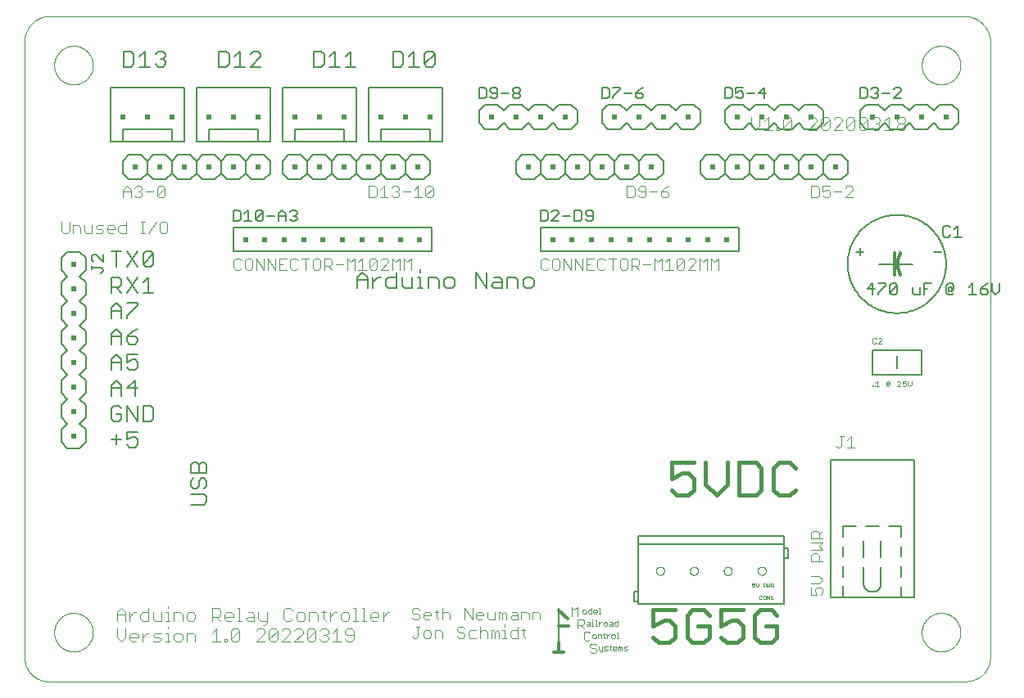
<source format=gto>
G75*
%MOIN*%
%OFA0B0*%
%FSLAX25Y25*%
%IPPOS*%
%LPD*%
%AMOC8*
5,1,8,0,0,1.08239X$1,22.5*
%
%ADD10C,0.00600*%
%ADD11C,0.00400*%
%ADD12C,0.01500*%
%ADD13C,0.00700*%
%ADD14C,0.00800*%
%ADD15C,0.00000*%
%ADD16C,0.00004*%
%ADD17C,0.00100*%
%ADD18C,0.01200*%
%ADD19C,0.00500*%
%ADD20C,0.00200*%
%ADD21R,0.02000X0.02000*%
%ADD22R,0.02300X0.02300*%
%ADD23C,0.00300*%
D10*
X0072795Y0077018D02*
X0078132Y0077018D01*
X0079200Y0078086D01*
X0079200Y0080221D01*
X0078132Y0081288D01*
X0072795Y0081288D01*
X0073862Y0083463D02*
X0074930Y0083463D01*
X0075997Y0084531D01*
X0075997Y0086666D01*
X0077065Y0087734D01*
X0078132Y0087734D01*
X0079200Y0086666D01*
X0079200Y0084531D01*
X0078132Y0083463D01*
X0073862Y0083463D02*
X0072795Y0084531D01*
X0072795Y0086666D01*
X0073862Y0087734D01*
X0072795Y0089909D02*
X0072795Y0093112D01*
X0073862Y0094179D01*
X0074930Y0094179D01*
X0075997Y0093112D01*
X0075997Y0089909D01*
X0072795Y0089909D02*
X0079200Y0089909D01*
X0079200Y0093112D01*
X0078132Y0094179D01*
X0077065Y0094179D01*
X0075997Y0093112D01*
X0140300Y0165300D02*
X0140300Y0169570D01*
X0142435Y0171705D01*
X0144570Y0169570D01*
X0144570Y0165300D01*
X0146745Y0165300D02*
X0146745Y0169570D01*
X0146745Y0167435D02*
X0148881Y0169570D01*
X0149948Y0169570D01*
X0152117Y0168503D02*
X0153184Y0169570D01*
X0156387Y0169570D01*
X0156387Y0171705D02*
X0156387Y0165300D01*
X0153184Y0165300D01*
X0152117Y0166368D01*
X0152117Y0168503D01*
X0144570Y0168503D02*
X0140300Y0168503D01*
X0158562Y0169570D02*
X0158562Y0166368D01*
X0159630Y0165300D01*
X0162833Y0165300D01*
X0162833Y0169570D01*
X0165008Y0169570D02*
X0166075Y0169570D01*
X0166075Y0165300D01*
X0165008Y0165300D02*
X0167143Y0165300D01*
X0169305Y0165300D02*
X0169305Y0169570D01*
X0172507Y0169570D01*
X0173575Y0168503D01*
X0173575Y0165300D01*
X0175750Y0166368D02*
X0175750Y0168503D01*
X0176818Y0169570D01*
X0178953Y0169570D01*
X0180021Y0168503D01*
X0180021Y0166368D01*
X0178953Y0165300D01*
X0176818Y0165300D01*
X0175750Y0166368D01*
X0166075Y0171705D02*
X0166075Y0172773D01*
X0188641Y0171705D02*
X0188641Y0165300D01*
X0192912Y0165300D02*
X0192912Y0171705D01*
X0196154Y0169570D02*
X0198289Y0169570D01*
X0199357Y0168503D01*
X0199357Y0165300D01*
X0196154Y0165300D01*
X0195087Y0166368D01*
X0196154Y0167435D01*
X0199357Y0167435D01*
X0201532Y0165300D02*
X0201532Y0169570D01*
X0204735Y0169570D01*
X0205803Y0168503D01*
X0205803Y0165300D01*
X0207978Y0166368D02*
X0207978Y0168503D01*
X0209045Y0169570D01*
X0211180Y0169570D01*
X0212248Y0168503D01*
X0212248Y0166368D01*
X0211180Y0165300D01*
X0209045Y0165300D01*
X0207978Y0166368D01*
X0192912Y0165300D02*
X0188641Y0171705D01*
X0343500Y0180000D02*
X0346500Y0180000D01*
X0345000Y0181500D02*
X0345000Y0178500D01*
X0352689Y0175000D02*
X0366500Y0175000D01*
X0340000Y0175000D02*
X0340006Y0175491D01*
X0340024Y0175981D01*
X0340054Y0176471D01*
X0340096Y0176960D01*
X0340150Y0177448D01*
X0340216Y0177935D01*
X0340294Y0178419D01*
X0340384Y0178902D01*
X0340486Y0179382D01*
X0340599Y0179860D01*
X0340724Y0180334D01*
X0340861Y0180806D01*
X0341009Y0181274D01*
X0341169Y0181738D01*
X0341340Y0182198D01*
X0341522Y0182654D01*
X0341716Y0183105D01*
X0341920Y0183551D01*
X0342136Y0183992D01*
X0342362Y0184428D01*
X0342598Y0184858D01*
X0342845Y0185282D01*
X0343103Y0185700D01*
X0343371Y0186111D01*
X0343648Y0186516D01*
X0343936Y0186914D01*
X0344233Y0187305D01*
X0344540Y0187688D01*
X0344856Y0188063D01*
X0345181Y0188431D01*
X0345515Y0188791D01*
X0345858Y0189142D01*
X0346209Y0189485D01*
X0346569Y0189819D01*
X0346937Y0190144D01*
X0347312Y0190460D01*
X0347695Y0190767D01*
X0348086Y0191064D01*
X0348484Y0191352D01*
X0348889Y0191629D01*
X0349300Y0191897D01*
X0349718Y0192155D01*
X0350142Y0192402D01*
X0350572Y0192638D01*
X0351008Y0192864D01*
X0351449Y0193080D01*
X0351895Y0193284D01*
X0352346Y0193478D01*
X0352802Y0193660D01*
X0353262Y0193831D01*
X0353726Y0193991D01*
X0354194Y0194139D01*
X0354666Y0194276D01*
X0355140Y0194401D01*
X0355618Y0194514D01*
X0356098Y0194616D01*
X0356581Y0194706D01*
X0357065Y0194784D01*
X0357552Y0194850D01*
X0358040Y0194904D01*
X0358529Y0194946D01*
X0359019Y0194976D01*
X0359509Y0194994D01*
X0360000Y0195000D01*
X0360491Y0194994D01*
X0360981Y0194976D01*
X0361471Y0194946D01*
X0361960Y0194904D01*
X0362448Y0194850D01*
X0362935Y0194784D01*
X0363419Y0194706D01*
X0363902Y0194616D01*
X0364382Y0194514D01*
X0364860Y0194401D01*
X0365334Y0194276D01*
X0365806Y0194139D01*
X0366274Y0193991D01*
X0366738Y0193831D01*
X0367198Y0193660D01*
X0367654Y0193478D01*
X0368105Y0193284D01*
X0368551Y0193080D01*
X0368992Y0192864D01*
X0369428Y0192638D01*
X0369858Y0192402D01*
X0370282Y0192155D01*
X0370700Y0191897D01*
X0371111Y0191629D01*
X0371516Y0191352D01*
X0371914Y0191064D01*
X0372305Y0190767D01*
X0372688Y0190460D01*
X0373063Y0190144D01*
X0373431Y0189819D01*
X0373791Y0189485D01*
X0374142Y0189142D01*
X0374485Y0188791D01*
X0374819Y0188431D01*
X0375144Y0188063D01*
X0375460Y0187688D01*
X0375767Y0187305D01*
X0376064Y0186914D01*
X0376352Y0186516D01*
X0376629Y0186111D01*
X0376897Y0185700D01*
X0377155Y0185282D01*
X0377402Y0184858D01*
X0377638Y0184428D01*
X0377864Y0183992D01*
X0378080Y0183551D01*
X0378284Y0183105D01*
X0378478Y0182654D01*
X0378660Y0182198D01*
X0378831Y0181738D01*
X0378991Y0181274D01*
X0379139Y0180806D01*
X0379276Y0180334D01*
X0379401Y0179860D01*
X0379514Y0179382D01*
X0379616Y0178902D01*
X0379706Y0178419D01*
X0379784Y0177935D01*
X0379850Y0177448D01*
X0379904Y0176960D01*
X0379946Y0176471D01*
X0379976Y0175981D01*
X0379994Y0175491D01*
X0380000Y0175000D01*
X0379994Y0174509D01*
X0379976Y0174019D01*
X0379946Y0173529D01*
X0379904Y0173040D01*
X0379850Y0172552D01*
X0379784Y0172065D01*
X0379706Y0171581D01*
X0379616Y0171098D01*
X0379514Y0170618D01*
X0379401Y0170140D01*
X0379276Y0169666D01*
X0379139Y0169194D01*
X0378991Y0168726D01*
X0378831Y0168262D01*
X0378660Y0167802D01*
X0378478Y0167346D01*
X0378284Y0166895D01*
X0378080Y0166449D01*
X0377864Y0166008D01*
X0377638Y0165572D01*
X0377402Y0165142D01*
X0377155Y0164718D01*
X0376897Y0164300D01*
X0376629Y0163889D01*
X0376352Y0163484D01*
X0376064Y0163086D01*
X0375767Y0162695D01*
X0375460Y0162312D01*
X0375144Y0161937D01*
X0374819Y0161569D01*
X0374485Y0161209D01*
X0374142Y0160858D01*
X0373791Y0160515D01*
X0373431Y0160181D01*
X0373063Y0159856D01*
X0372688Y0159540D01*
X0372305Y0159233D01*
X0371914Y0158936D01*
X0371516Y0158648D01*
X0371111Y0158371D01*
X0370700Y0158103D01*
X0370282Y0157845D01*
X0369858Y0157598D01*
X0369428Y0157362D01*
X0368992Y0157136D01*
X0368551Y0156920D01*
X0368105Y0156716D01*
X0367654Y0156522D01*
X0367198Y0156340D01*
X0366738Y0156169D01*
X0366274Y0156009D01*
X0365806Y0155861D01*
X0365334Y0155724D01*
X0364860Y0155599D01*
X0364382Y0155486D01*
X0363902Y0155384D01*
X0363419Y0155294D01*
X0362935Y0155216D01*
X0362448Y0155150D01*
X0361960Y0155096D01*
X0361471Y0155054D01*
X0360981Y0155024D01*
X0360491Y0155006D01*
X0360000Y0155000D01*
X0359509Y0155006D01*
X0359019Y0155024D01*
X0358529Y0155054D01*
X0358040Y0155096D01*
X0357552Y0155150D01*
X0357065Y0155216D01*
X0356581Y0155294D01*
X0356098Y0155384D01*
X0355618Y0155486D01*
X0355140Y0155599D01*
X0354666Y0155724D01*
X0354194Y0155861D01*
X0353726Y0156009D01*
X0353262Y0156169D01*
X0352802Y0156340D01*
X0352346Y0156522D01*
X0351895Y0156716D01*
X0351449Y0156920D01*
X0351008Y0157136D01*
X0350572Y0157362D01*
X0350142Y0157598D01*
X0349718Y0157845D01*
X0349300Y0158103D01*
X0348889Y0158371D01*
X0348484Y0158648D01*
X0348086Y0158936D01*
X0347695Y0159233D01*
X0347312Y0159540D01*
X0346937Y0159856D01*
X0346569Y0160181D01*
X0346209Y0160515D01*
X0345858Y0160858D01*
X0345515Y0161209D01*
X0345181Y0161569D01*
X0344856Y0161937D01*
X0344540Y0162312D01*
X0344233Y0162695D01*
X0343936Y0163086D01*
X0343648Y0163484D01*
X0343371Y0163889D01*
X0343103Y0164300D01*
X0342845Y0164718D01*
X0342598Y0165142D01*
X0342362Y0165572D01*
X0342136Y0166008D01*
X0341920Y0166449D01*
X0341716Y0166895D01*
X0341522Y0167346D01*
X0341340Y0167802D01*
X0341169Y0168262D01*
X0341009Y0168726D01*
X0340861Y0169194D01*
X0340724Y0169666D01*
X0340599Y0170140D01*
X0340486Y0170618D01*
X0340384Y0171098D01*
X0340294Y0171581D01*
X0340216Y0172065D01*
X0340150Y0172552D01*
X0340096Y0173040D01*
X0340054Y0173529D01*
X0340024Y0174019D01*
X0340006Y0174509D01*
X0340000Y0175000D01*
X0374996Y0180000D02*
X0377996Y0180000D01*
D11*
X0342081Y0202200D02*
X0339012Y0202200D01*
X0342081Y0205269D01*
X0342081Y0206037D01*
X0341314Y0206804D01*
X0339779Y0206804D01*
X0339012Y0206037D01*
X0337477Y0204502D02*
X0334408Y0204502D01*
X0332873Y0204502D02*
X0332873Y0202967D01*
X0332106Y0202200D01*
X0330571Y0202200D01*
X0329804Y0202967D01*
X0328269Y0202967D02*
X0328269Y0206037D01*
X0327502Y0206804D01*
X0325200Y0206804D01*
X0325200Y0202200D01*
X0327502Y0202200D01*
X0328269Y0202967D01*
X0329804Y0204502D02*
X0331339Y0205269D01*
X0332106Y0205269D01*
X0332873Y0204502D01*
X0332873Y0206804D02*
X0329804Y0206804D01*
X0329804Y0204502D01*
X0329973Y0229600D02*
X0329105Y0230467D01*
X0332575Y0233937D01*
X0332575Y0230467D01*
X0331707Y0229600D01*
X0329973Y0229600D01*
X0329105Y0230467D02*
X0329105Y0233937D01*
X0329973Y0234804D01*
X0331707Y0234804D01*
X0332575Y0233937D01*
X0334262Y0233937D02*
X0335129Y0234804D01*
X0336864Y0234804D01*
X0337731Y0233937D01*
X0337731Y0233070D01*
X0334262Y0229600D01*
X0337731Y0229600D01*
X0339418Y0230467D02*
X0342888Y0233937D01*
X0342888Y0230467D01*
X0342020Y0229600D01*
X0340285Y0229600D01*
X0339418Y0230467D01*
X0339418Y0233937D01*
X0340285Y0234804D01*
X0342020Y0234804D01*
X0342888Y0233937D01*
X0344574Y0233937D02*
X0344574Y0230467D01*
X0348044Y0233937D01*
X0348044Y0230467D01*
X0347177Y0229600D01*
X0345442Y0229600D01*
X0344574Y0230467D01*
X0344574Y0233937D02*
X0345442Y0234804D01*
X0347177Y0234804D01*
X0348044Y0233937D01*
X0349731Y0233937D02*
X0350598Y0234804D01*
X0352333Y0234804D01*
X0353200Y0233937D01*
X0353200Y0233070D01*
X0352333Y0232202D01*
X0353200Y0231335D01*
X0353200Y0230467D01*
X0352333Y0229600D01*
X0350598Y0229600D01*
X0349731Y0230467D01*
X0351466Y0232202D02*
X0352333Y0232202D01*
X0354887Y0233070D02*
X0356622Y0234804D01*
X0356622Y0229600D01*
X0354887Y0229600D02*
X0358357Y0229600D01*
X0360043Y0230467D02*
X0360043Y0231335D01*
X0360911Y0232202D01*
X0362646Y0232202D01*
X0363513Y0231335D01*
X0363513Y0230467D01*
X0362646Y0229600D01*
X0360911Y0229600D01*
X0360043Y0230467D01*
X0360911Y0232202D02*
X0360043Y0233070D01*
X0360043Y0233937D01*
X0360911Y0234804D01*
X0362646Y0234804D01*
X0363513Y0233937D01*
X0363513Y0233070D01*
X0362646Y0232202D01*
X0327418Y0233070D02*
X0327418Y0233937D01*
X0326551Y0234804D01*
X0324816Y0234804D01*
X0323949Y0233937D01*
X0327418Y0233070D02*
X0323949Y0229600D01*
X0327418Y0229600D01*
X0317106Y0230467D02*
X0316238Y0229600D01*
X0314503Y0229600D01*
X0313636Y0230467D01*
X0317106Y0233937D01*
X0317106Y0230467D01*
X0317106Y0233937D02*
X0316238Y0234804D01*
X0314503Y0234804D01*
X0313636Y0233937D01*
X0313636Y0230467D01*
X0311925Y0230467D02*
X0311925Y0229600D01*
X0311058Y0229600D01*
X0311058Y0230467D01*
X0311925Y0230467D01*
X0309371Y0229600D02*
X0305901Y0229600D01*
X0307636Y0229600D02*
X0307636Y0234804D01*
X0305901Y0233070D01*
X0304215Y0234804D02*
X0304215Y0231335D01*
X0302480Y0229600D01*
X0300745Y0231335D01*
X0300745Y0234804D01*
X0267081Y0206804D02*
X0265546Y0206037D01*
X0264012Y0204502D01*
X0266314Y0204502D01*
X0267081Y0203735D01*
X0267081Y0202967D01*
X0266314Y0202200D01*
X0264779Y0202200D01*
X0264012Y0202967D01*
X0264012Y0204502D01*
X0262477Y0204502D02*
X0259408Y0204502D01*
X0257873Y0204502D02*
X0255571Y0204502D01*
X0254804Y0205269D01*
X0254804Y0206037D01*
X0255571Y0206804D01*
X0257106Y0206804D01*
X0257873Y0206037D01*
X0257873Y0202967D01*
X0257106Y0202200D01*
X0255571Y0202200D01*
X0254804Y0202967D01*
X0253269Y0202967D02*
X0252502Y0202200D01*
X0250200Y0202200D01*
X0250200Y0206804D01*
X0252502Y0206804D01*
X0253269Y0206037D01*
X0253269Y0202967D01*
X0254333Y0177304D02*
X0255101Y0176537D01*
X0255101Y0175002D01*
X0254333Y0174235D01*
X0252031Y0174235D01*
X0252031Y0172700D02*
X0252031Y0177304D01*
X0254333Y0177304D01*
X0253566Y0174235D02*
X0255101Y0172700D01*
X0256635Y0175002D02*
X0259705Y0175002D01*
X0261239Y0177304D02*
X0262774Y0175769D01*
X0264309Y0177304D01*
X0264309Y0172700D01*
X0265843Y0172700D02*
X0268912Y0172700D01*
X0267378Y0172700D02*
X0267378Y0177304D01*
X0265843Y0175769D01*
X0270447Y0176537D02*
X0271214Y0177304D01*
X0272749Y0177304D01*
X0273516Y0176537D01*
X0270447Y0173467D01*
X0271214Y0172700D01*
X0272749Y0172700D01*
X0273516Y0173467D01*
X0273516Y0176537D01*
X0275051Y0176537D02*
X0275818Y0177304D01*
X0277353Y0177304D01*
X0278120Y0176537D01*
X0278120Y0175769D01*
X0275051Y0172700D01*
X0278120Y0172700D01*
X0279655Y0172700D02*
X0279655Y0177304D01*
X0281190Y0175769D01*
X0282724Y0177304D01*
X0282724Y0172700D01*
X0284259Y0172700D02*
X0284259Y0177304D01*
X0285794Y0175769D01*
X0287328Y0177304D01*
X0287328Y0172700D01*
X0270447Y0173467D02*
X0270447Y0176537D01*
X0261239Y0177304D02*
X0261239Y0172700D01*
X0250497Y0173467D02*
X0250497Y0176537D01*
X0249729Y0177304D01*
X0248195Y0177304D01*
X0247427Y0176537D01*
X0247427Y0173467D01*
X0248195Y0172700D01*
X0249729Y0172700D01*
X0250497Y0173467D01*
X0245893Y0177304D02*
X0242824Y0177304D01*
X0244358Y0177304D02*
X0244358Y0172700D01*
X0241289Y0173467D02*
X0240522Y0172700D01*
X0238987Y0172700D01*
X0238220Y0173467D01*
X0238220Y0176537D01*
X0238987Y0177304D01*
X0240522Y0177304D01*
X0241289Y0176537D01*
X0236685Y0177304D02*
X0233616Y0177304D01*
X0233616Y0172700D01*
X0236685Y0172700D01*
X0235150Y0175002D02*
X0233616Y0175002D01*
X0232081Y0172700D02*
X0232081Y0177304D01*
X0229012Y0177304D02*
X0232081Y0172700D01*
X0229012Y0172700D02*
X0229012Y0177304D01*
X0227477Y0177304D02*
X0227477Y0172700D01*
X0224408Y0177304D01*
X0224408Y0172700D01*
X0222873Y0173467D02*
X0222106Y0172700D01*
X0220571Y0172700D01*
X0219804Y0173467D01*
X0219804Y0176537D01*
X0220571Y0177304D01*
X0222106Y0177304D01*
X0222873Y0176537D01*
X0222873Y0173467D01*
X0218269Y0173467D02*
X0217502Y0172700D01*
X0215967Y0172700D01*
X0215200Y0173467D01*
X0215200Y0176537D01*
X0215967Y0177304D01*
X0217502Y0177304D01*
X0218269Y0176537D01*
X0171289Y0202967D02*
X0170522Y0202200D01*
X0168987Y0202200D01*
X0168220Y0202967D01*
X0171289Y0206037D01*
X0171289Y0202967D01*
X0168220Y0202967D02*
X0168220Y0206037D01*
X0168987Y0206804D01*
X0170522Y0206804D01*
X0171289Y0206037D01*
X0166685Y0202200D02*
X0163616Y0202200D01*
X0165150Y0202200D02*
X0165150Y0206804D01*
X0163616Y0205269D01*
X0162081Y0204502D02*
X0159012Y0204502D01*
X0157477Y0205269D02*
X0156710Y0204502D01*
X0157477Y0203735D01*
X0157477Y0202967D01*
X0156710Y0202200D01*
X0155175Y0202200D01*
X0154408Y0202967D01*
X0152873Y0202200D02*
X0149804Y0202200D01*
X0151339Y0202200D02*
X0151339Y0206804D01*
X0149804Y0205269D01*
X0148269Y0206037D02*
X0147502Y0206804D01*
X0145200Y0206804D01*
X0145200Y0202200D01*
X0147502Y0202200D01*
X0148269Y0202967D01*
X0148269Y0206037D01*
X0154408Y0206037D02*
X0155175Y0206804D01*
X0156710Y0206804D01*
X0157477Y0206037D01*
X0157477Y0205269D01*
X0156710Y0204502D02*
X0155942Y0204502D01*
X0154655Y0177304D02*
X0156190Y0175769D01*
X0157724Y0177304D01*
X0157724Y0172700D01*
X0159259Y0172700D02*
X0159259Y0177304D01*
X0160794Y0175769D01*
X0162328Y0177304D01*
X0162328Y0172700D01*
X0154655Y0172700D02*
X0154655Y0177304D01*
X0153120Y0176537D02*
X0152353Y0177304D01*
X0150818Y0177304D01*
X0150051Y0176537D01*
X0148516Y0176537D02*
X0145447Y0173467D01*
X0146214Y0172700D01*
X0147749Y0172700D01*
X0148516Y0173467D01*
X0148516Y0176537D01*
X0147749Y0177304D01*
X0146214Y0177304D01*
X0145447Y0176537D01*
X0145447Y0173467D01*
X0143912Y0172700D02*
X0140843Y0172700D01*
X0139309Y0172700D02*
X0139309Y0177304D01*
X0137774Y0175769D01*
X0136239Y0177304D01*
X0136239Y0172700D01*
X0134705Y0175002D02*
X0131635Y0175002D01*
X0130101Y0175002D02*
X0130101Y0176537D01*
X0129333Y0177304D01*
X0127031Y0177304D01*
X0127031Y0172700D01*
X0127031Y0174235D02*
X0129333Y0174235D01*
X0130101Y0175002D01*
X0128566Y0174235D02*
X0130101Y0172700D01*
X0125497Y0173467D02*
X0125497Y0176537D01*
X0124729Y0177304D01*
X0123195Y0177304D01*
X0122427Y0176537D01*
X0122427Y0173467D01*
X0123195Y0172700D01*
X0124729Y0172700D01*
X0125497Y0173467D01*
X0120893Y0177304D02*
X0117824Y0177304D01*
X0119358Y0177304D02*
X0119358Y0172700D01*
X0116289Y0173467D02*
X0115522Y0172700D01*
X0113987Y0172700D01*
X0113220Y0173467D01*
X0113220Y0176537D01*
X0113987Y0177304D01*
X0115522Y0177304D01*
X0116289Y0176537D01*
X0111685Y0177304D02*
X0108616Y0177304D01*
X0108616Y0172700D01*
X0111685Y0172700D01*
X0110150Y0175002D02*
X0108616Y0175002D01*
X0107081Y0172700D02*
X0107081Y0177304D01*
X0104012Y0177304D02*
X0107081Y0172700D01*
X0104012Y0172700D02*
X0104012Y0177304D01*
X0102477Y0177304D02*
X0102477Y0172700D01*
X0099408Y0177304D01*
X0099408Y0172700D01*
X0097873Y0173467D02*
X0097873Y0176537D01*
X0097106Y0177304D01*
X0095571Y0177304D01*
X0094804Y0176537D01*
X0094804Y0173467D01*
X0095571Y0172700D01*
X0097106Y0172700D01*
X0097873Y0173467D01*
X0093269Y0173467D02*
X0092502Y0172700D01*
X0090967Y0172700D01*
X0090200Y0173467D01*
X0090200Y0176537D01*
X0090967Y0177304D01*
X0092502Y0177304D01*
X0093269Y0176537D01*
X0063170Y0188467D02*
X0062403Y0187700D01*
X0060868Y0187700D01*
X0060101Y0188467D01*
X0060101Y0191537D01*
X0060868Y0192304D01*
X0062403Y0192304D01*
X0063170Y0191537D01*
X0063170Y0188467D01*
X0058566Y0192304D02*
X0055497Y0187700D01*
X0053962Y0187700D02*
X0052427Y0187700D01*
X0053195Y0187700D02*
X0053195Y0192304D01*
X0053962Y0192304D02*
X0052427Y0192304D01*
X0046289Y0192304D02*
X0046289Y0187700D01*
X0043987Y0187700D01*
X0043220Y0188467D01*
X0043220Y0190002D01*
X0043987Y0190769D01*
X0046289Y0190769D01*
X0041685Y0190002D02*
X0041685Y0189235D01*
X0038616Y0189235D01*
X0038616Y0190002D02*
X0039383Y0190769D01*
X0040918Y0190769D01*
X0041685Y0190002D01*
X0040918Y0187700D02*
X0039383Y0187700D01*
X0038616Y0188467D01*
X0038616Y0190002D01*
X0037081Y0190769D02*
X0034779Y0190769D01*
X0034012Y0190002D01*
X0034779Y0189235D01*
X0036314Y0189235D01*
X0037081Y0188467D01*
X0036314Y0187700D01*
X0034012Y0187700D01*
X0032477Y0187700D02*
X0032477Y0190769D01*
X0032477Y0187700D02*
X0030175Y0187700D01*
X0029408Y0188467D01*
X0029408Y0190769D01*
X0027873Y0190002D02*
X0027873Y0187700D01*
X0027873Y0190002D02*
X0027106Y0190769D01*
X0024804Y0190769D01*
X0024804Y0187700D01*
X0023269Y0188467D02*
X0022502Y0187700D01*
X0020967Y0187700D01*
X0020200Y0188467D01*
X0020200Y0192304D01*
X0023269Y0192304D02*
X0023269Y0188467D01*
X0045200Y0202200D02*
X0045200Y0205269D01*
X0046735Y0206804D01*
X0048269Y0205269D01*
X0048269Y0202200D01*
X0049804Y0202967D02*
X0050571Y0202200D01*
X0052106Y0202200D01*
X0052873Y0202967D01*
X0052873Y0203735D01*
X0052106Y0204502D01*
X0051339Y0204502D01*
X0052106Y0204502D02*
X0052873Y0205269D01*
X0052873Y0206037D01*
X0052106Y0206804D01*
X0050571Y0206804D01*
X0049804Y0206037D01*
X0048269Y0204502D02*
X0045200Y0204502D01*
X0054408Y0204502D02*
X0057477Y0204502D01*
X0059012Y0202967D02*
X0059012Y0206037D01*
X0059779Y0206804D01*
X0061314Y0206804D01*
X0062081Y0206037D01*
X0059012Y0202967D01*
X0059779Y0202200D01*
X0061314Y0202200D01*
X0062081Y0202967D01*
X0062081Y0206037D01*
X0140843Y0175769D02*
X0142378Y0177304D01*
X0142378Y0172700D01*
X0150051Y0172700D02*
X0153120Y0175769D01*
X0153120Y0176537D01*
X0153120Y0172700D02*
X0150051Y0172700D01*
X0325196Y0065522D02*
X0325196Y0063220D01*
X0329800Y0063220D01*
X0328265Y0063220D02*
X0328265Y0065522D01*
X0327498Y0066289D01*
X0325963Y0066289D01*
X0325196Y0065522D01*
X0328265Y0064754D02*
X0329800Y0066289D01*
X0329800Y0061685D02*
X0325196Y0061685D01*
X0325196Y0058616D02*
X0329800Y0058616D01*
X0328265Y0060150D01*
X0329800Y0061685D01*
X0327498Y0057081D02*
X0325963Y0057081D01*
X0325196Y0056314D01*
X0325196Y0054012D01*
X0329800Y0054012D01*
X0328265Y0054012D02*
X0328265Y0056314D01*
X0327498Y0057081D01*
X0328265Y0047873D02*
X0325196Y0047873D01*
X0325196Y0044804D02*
X0328265Y0044804D01*
X0329800Y0046339D01*
X0328265Y0047873D01*
X0327498Y0043269D02*
X0329033Y0043269D01*
X0329800Y0042502D01*
X0329800Y0040967D01*
X0329033Y0040200D01*
X0327498Y0040200D02*
X0326731Y0041735D01*
X0326731Y0042502D01*
X0327498Y0043269D01*
X0325196Y0043269D02*
X0325196Y0040200D01*
X0327498Y0040200D01*
X0335967Y0100200D02*
X0336735Y0100200D01*
X0337502Y0100967D01*
X0337502Y0104804D01*
X0336735Y0104804D02*
X0338269Y0104804D01*
X0339804Y0103269D02*
X0341339Y0104804D01*
X0341339Y0100200D01*
X0342873Y0100200D02*
X0339804Y0100200D01*
X0335967Y0100200D02*
X0335200Y0100967D01*
X0214878Y0032502D02*
X0214878Y0030200D01*
X0214878Y0032502D02*
X0214110Y0033269D01*
X0211809Y0033269D01*
X0211809Y0030200D01*
X0210274Y0030200D02*
X0210274Y0032502D01*
X0209507Y0033269D01*
X0207205Y0033269D01*
X0207205Y0030200D01*
X0205670Y0030200D02*
X0203368Y0030200D01*
X0202601Y0030967D01*
X0203368Y0031735D01*
X0205670Y0031735D01*
X0205670Y0032502D02*
X0205670Y0030200D01*
X0205670Y0032502D02*
X0204903Y0033269D01*
X0203368Y0033269D01*
X0201066Y0032502D02*
X0201066Y0030200D01*
X0199531Y0030200D02*
X0199531Y0032502D01*
X0200299Y0033269D01*
X0201066Y0032502D01*
X0199531Y0032502D02*
X0198764Y0033269D01*
X0197997Y0033269D01*
X0197997Y0030200D01*
X0196462Y0030200D02*
X0196462Y0033269D01*
X0196462Y0030200D02*
X0194160Y0030200D01*
X0193393Y0030967D01*
X0193393Y0033269D01*
X0191858Y0032502D02*
X0191858Y0031735D01*
X0188789Y0031735D01*
X0188789Y0032502D02*
X0188789Y0030967D01*
X0189556Y0030200D01*
X0191091Y0030200D01*
X0191858Y0032502D02*
X0191091Y0033269D01*
X0189556Y0033269D01*
X0188789Y0032502D01*
X0187254Y0030200D02*
X0187254Y0034804D01*
X0184185Y0034804D02*
X0184185Y0030200D01*
X0183418Y0027304D02*
X0181883Y0027304D01*
X0181116Y0026537D01*
X0181116Y0025769D01*
X0181883Y0025002D01*
X0183418Y0025002D01*
X0184185Y0024235D01*
X0184185Y0023467D01*
X0183418Y0022700D01*
X0181883Y0022700D01*
X0181116Y0023467D01*
X0185720Y0023467D02*
X0185720Y0025002D01*
X0186487Y0025769D01*
X0188789Y0025769D01*
X0190324Y0025002D02*
X0191091Y0025769D01*
X0192626Y0025769D01*
X0193393Y0025002D01*
X0193393Y0022700D01*
X0194927Y0022700D02*
X0194927Y0025769D01*
X0195695Y0025769D01*
X0196462Y0025002D01*
X0197229Y0025769D01*
X0197997Y0025002D01*
X0197997Y0022700D01*
X0199531Y0022700D02*
X0201066Y0022700D01*
X0200299Y0022700D02*
X0200299Y0025769D01*
X0199531Y0025769D01*
X0200299Y0027304D02*
X0200299Y0028071D01*
X0203368Y0025769D02*
X0205670Y0025769D01*
X0207205Y0025769D02*
X0208739Y0025769D01*
X0207972Y0026537D02*
X0207972Y0023467D01*
X0208739Y0022700D01*
X0205670Y0022700D02*
X0203368Y0022700D01*
X0202601Y0023467D01*
X0202601Y0025002D01*
X0203368Y0025769D01*
X0205670Y0027304D02*
X0205670Y0022700D01*
X0196462Y0022700D02*
X0196462Y0025002D01*
X0190324Y0027304D02*
X0190324Y0022700D01*
X0188789Y0022700D02*
X0186487Y0022700D01*
X0185720Y0023467D01*
X0184185Y0026537D02*
X0183418Y0027304D01*
X0187254Y0030200D02*
X0184185Y0034804D01*
X0178046Y0032502D02*
X0178046Y0030200D01*
X0178046Y0032502D02*
X0177279Y0033269D01*
X0175744Y0033269D01*
X0174977Y0032502D01*
X0173442Y0033269D02*
X0171908Y0033269D01*
X0172675Y0034037D02*
X0172675Y0030967D01*
X0173442Y0030200D01*
X0174977Y0030200D02*
X0174977Y0034804D01*
X0170373Y0032502D02*
X0170373Y0031735D01*
X0167304Y0031735D01*
X0167304Y0032502D02*
X0167304Y0030967D01*
X0168071Y0030200D01*
X0169606Y0030200D01*
X0170373Y0032502D02*
X0169606Y0033269D01*
X0168071Y0033269D01*
X0167304Y0032502D01*
X0165769Y0031735D02*
X0165769Y0030967D01*
X0165002Y0030200D01*
X0163467Y0030200D01*
X0162700Y0030967D01*
X0163467Y0032502D02*
X0165002Y0032502D01*
X0165769Y0031735D01*
X0165769Y0034037D02*
X0165002Y0034804D01*
X0163467Y0034804D01*
X0162700Y0034037D01*
X0162700Y0033269D01*
X0163467Y0032502D01*
X0164235Y0027304D02*
X0165769Y0027304D01*
X0165002Y0027304D02*
X0165002Y0023467D01*
X0164235Y0022700D01*
X0163467Y0022700D01*
X0162700Y0023467D01*
X0167304Y0023467D02*
X0167304Y0025002D01*
X0168071Y0025769D01*
X0169606Y0025769D01*
X0170373Y0025002D01*
X0170373Y0023467D01*
X0169606Y0022700D01*
X0168071Y0022700D01*
X0167304Y0023467D01*
X0171908Y0022700D02*
X0171908Y0025769D01*
X0174210Y0025769D01*
X0174977Y0025002D01*
X0174977Y0022700D01*
X0153505Y0033070D02*
X0152638Y0033070D01*
X0150903Y0031335D01*
X0149216Y0031335D02*
X0145746Y0031335D01*
X0145746Y0032202D02*
X0146614Y0033070D01*
X0148349Y0033070D01*
X0149216Y0032202D01*
X0149216Y0031335D01*
X0148349Y0029600D02*
X0146614Y0029600D01*
X0145746Y0030467D01*
X0145746Y0032202D01*
X0144044Y0029600D02*
X0142309Y0029600D01*
X0143176Y0029600D02*
X0143176Y0034804D01*
X0142309Y0034804D01*
X0139739Y0034804D02*
X0139739Y0029600D01*
X0140606Y0029600D02*
X0138871Y0029600D01*
X0137184Y0030467D02*
X0137184Y0032202D01*
X0136317Y0033070D01*
X0134582Y0033070D01*
X0133715Y0032202D01*
X0133715Y0030467D01*
X0134582Y0029600D01*
X0136317Y0029600D01*
X0137184Y0030467D01*
X0138871Y0034804D02*
X0139739Y0034804D01*
X0132020Y0033070D02*
X0131153Y0033070D01*
X0129418Y0031335D01*
X0129418Y0029600D02*
X0129418Y0033070D01*
X0127715Y0033070D02*
X0125980Y0033070D01*
X0126848Y0033937D02*
X0126848Y0030467D01*
X0127715Y0029600D01*
X0124293Y0029600D02*
X0124293Y0032202D01*
X0123426Y0033070D01*
X0120824Y0033070D01*
X0120824Y0029600D01*
X0119137Y0030467D02*
X0119137Y0032202D01*
X0118270Y0033070D01*
X0116535Y0033070D01*
X0115667Y0032202D01*
X0115667Y0030467D01*
X0116535Y0029600D01*
X0118270Y0029600D01*
X0119137Y0030467D01*
X0120832Y0026404D02*
X0122567Y0026404D01*
X0123434Y0025537D01*
X0119964Y0022067D01*
X0120832Y0021200D01*
X0122567Y0021200D01*
X0123434Y0022067D01*
X0123434Y0025537D01*
X0125121Y0025537D02*
X0125988Y0026404D01*
X0127723Y0026404D01*
X0128590Y0025537D01*
X0128590Y0024670D01*
X0127723Y0023802D01*
X0128590Y0022935D01*
X0128590Y0022067D01*
X0127723Y0021200D01*
X0125988Y0021200D01*
X0125121Y0022067D01*
X0126856Y0023802D02*
X0127723Y0023802D01*
X0130277Y0024670D02*
X0132012Y0026404D01*
X0132012Y0021200D01*
X0130277Y0021200D02*
X0133747Y0021200D01*
X0135434Y0022067D02*
X0136301Y0021200D01*
X0138036Y0021200D01*
X0138903Y0022067D01*
X0138903Y0025537D01*
X0138036Y0026404D01*
X0136301Y0026404D01*
X0135434Y0025537D01*
X0135434Y0024670D01*
X0136301Y0023802D01*
X0138903Y0023802D01*
X0150903Y0029600D02*
X0150903Y0033070D01*
X0120832Y0026404D02*
X0119964Y0025537D01*
X0119964Y0022067D01*
X0118278Y0021200D02*
X0114808Y0021200D01*
X0118278Y0024670D01*
X0118278Y0025537D01*
X0117410Y0026404D01*
X0115675Y0026404D01*
X0114808Y0025537D01*
X0113121Y0025537D02*
X0112254Y0026404D01*
X0110519Y0026404D01*
X0109652Y0025537D01*
X0107965Y0025537D02*
X0104495Y0022067D01*
X0105363Y0021200D01*
X0107097Y0021200D01*
X0107965Y0022067D01*
X0107965Y0025537D01*
X0107097Y0026404D01*
X0105363Y0026404D01*
X0104495Y0025537D01*
X0104495Y0022067D01*
X0102808Y0021200D02*
X0099339Y0021200D01*
X0102808Y0024670D01*
X0102808Y0025537D01*
X0101941Y0026404D01*
X0100206Y0026404D01*
X0099339Y0025537D01*
X0101933Y0027865D02*
X0102800Y0027865D01*
X0103668Y0028733D01*
X0103668Y0033070D01*
X0100198Y0033070D02*
X0100198Y0030467D01*
X0101066Y0029600D01*
X0103668Y0029600D01*
X0098511Y0029600D02*
X0095909Y0029600D01*
X0095042Y0030467D01*
X0095909Y0031335D01*
X0098511Y0031335D01*
X0098511Y0032202D02*
X0098511Y0029600D01*
X0098511Y0032202D02*
X0097644Y0033070D01*
X0095909Y0033070D01*
X0092472Y0034804D02*
X0092472Y0029600D01*
X0093339Y0029600D02*
X0091604Y0029600D01*
X0089917Y0031335D02*
X0086448Y0031335D01*
X0086448Y0032202D02*
X0087315Y0033070D01*
X0089050Y0033070D01*
X0089917Y0032202D01*
X0089917Y0031335D01*
X0089050Y0029600D02*
X0087315Y0029600D01*
X0086448Y0030467D01*
X0086448Y0032202D01*
X0084761Y0032202D02*
X0084761Y0033937D01*
X0083894Y0034804D01*
X0081291Y0034804D01*
X0081291Y0029600D01*
X0081291Y0031335D02*
X0083894Y0031335D01*
X0084761Y0032202D01*
X0083026Y0031335D02*
X0084761Y0029600D01*
X0083026Y0026404D02*
X0083026Y0021200D01*
X0081291Y0021200D02*
X0084761Y0021200D01*
X0086448Y0021200D02*
X0087315Y0021200D01*
X0087315Y0022067D01*
X0086448Y0022067D01*
X0086448Y0021200D01*
X0089026Y0022067D02*
X0092496Y0025537D01*
X0092496Y0022067D01*
X0091628Y0021200D01*
X0089893Y0021200D01*
X0089026Y0022067D01*
X0089026Y0025537D01*
X0089893Y0026404D01*
X0091628Y0026404D01*
X0092496Y0025537D01*
X0083026Y0026404D02*
X0081291Y0024670D01*
X0074448Y0023802D02*
X0074448Y0021200D01*
X0074448Y0023802D02*
X0073581Y0024670D01*
X0070979Y0024670D01*
X0070979Y0021200D01*
X0069292Y0022067D02*
X0069292Y0023802D01*
X0068424Y0024670D01*
X0066690Y0024670D01*
X0065822Y0023802D01*
X0065822Y0022067D01*
X0066690Y0021200D01*
X0068424Y0021200D01*
X0069292Y0022067D01*
X0064119Y0021200D02*
X0062385Y0021200D01*
X0063252Y0021200D02*
X0063252Y0024670D01*
X0062385Y0024670D01*
X0060698Y0024670D02*
X0058096Y0024670D01*
X0057228Y0023802D01*
X0058096Y0022935D01*
X0059830Y0022935D01*
X0060698Y0022067D01*
X0059830Y0021200D01*
X0057228Y0021200D01*
X0055533Y0024670D02*
X0054666Y0024670D01*
X0052931Y0022935D01*
X0051244Y0022935D02*
X0047775Y0022935D01*
X0047775Y0023802D02*
X0047775Y0022067D01*
X0048642Y0021200D01*
X0050377Y0021200D01*
X0051244Y0022935D02*
X0051244Y0023802D01*
X0050377Y0024670D01*
X0048642Y0024670D01*
X0047775Y0023802D01*
X0046088Y0022935D02*
X0046088Y0026404D01*
X0046088Y0022935D02*
X0044353Y0021200D01*
X0042618Y0022935D01*
X0042618Y0026404D01*
X0042618Y0029600D02*
X0042618Y0033070D01*
X0044353Y0034804D01*
X0046088Y0033070D01*
X0046088Y0029600D01*
X0047775Y0029600D02*
X0047775Y0033070D01*
X0049510Y0033070D02*
X0050377Y0033070D01*
X0049510Y0033070D02*
X0047775Y0031335D01*
X0046088Y0032202D02*
X0042618Y0032202D01*
X0052072Y0032202D02*
X0052939Y0033070D01*
X0055541Y0033070D01*
X0057228Y0033070D02*
X0057228Y0030467D01*
X0058096Y0029600D01*
X0060698Y0029600D01*
X0060698Y0033070D01*
X0062385Y0033070D02*
X0063252Y0033070D01*
X0063252Y0029600D01*
X0062385Y0029600D02*
X0064119Y0029600D01*
X0065822Y0029600D02*
X0065822Y0033070D01*
X0068424Y0033070D01*
X0069292Y0032202D01*
X0069292Y0029600D01*
X0070979Y0030467D02*
X0071846Y0029600D01*
X0073581Y0029600D01*
X0074448Y0030467D01*
X0074448Y0032202D01*
X0073581Y0033070D01*
X0071846Y0033070D01*
X0070979Y0032202D01*
X0070979Y0030467D01*
X0063252Y0027272D02*
X0063252Y0026404D01*
X0055541Y0029600D02*
X0052939Y0029600D01*
X0052072Y0030467D01*
X0052072Y0032202D01*
X0055541Y0034804D02*
X0055541Y0029600D01*
X0063252Y0034804D02*
X0063252Y0035672D01*
X0052931Y0024670D02*
X0052931Y0021200D01*
X0091604Y0034804D02*
X0092472Y0034804D01*
X0109652Y0021200D02*
X0113121Y0024670D01*
X0113121Y0025537D01*
X0113121Y0021200D02*
X0109652Y0021200D01*
X0111378Y0029600D02*
X0113113Y0029600D01*
X0113981Y0030467D01*
X0111378Y0029600D02*
X0110511Y0030467D01*
X0110511Y0033937D01*
X0111378Y0034804D01*
X0113113Y0034804D01*
X0113981Y0033937D01*
D12*
X0260750Y0034262D02*
X0260750Y0027506D01*
X0265254Y0029758D01*
X0267506Y0029758D01*
X0269758Y0027506D01*
X0269758Y0023002D01*
X0267506Y0020750D01*
X0263002Y0020750D01*
X0260750Y0023002D01*
X0274562Y0023002D02*
X0274562Y0032010D01*
X0276814Y0034262D01*
X0281318Y0034262D01*
X0283569Y0032010D01*
X0283569Y0027506D02*
X0279066Y0027506D01*
X0283569Y0027506D02*
X0283569Y0023002D01*
X0281318Y0020750D01*
X0276814Y0020750D01*
X0274562Y0023002D01*
X0269758Y0034262D02*
X0260750Y0034262D01*
X0288374Y0034262D02*
X0288374Y0027506D01*
X0292877Y0029758D01*
X0295129Y0029758D01*
X0297381Y0027506D01*
X0297381Y0023002D01*
X0295129Y0020750D01*
X0290626Y0020750D01*
X0288374Y0023002D01*
X0302185Y0023002D02*
X0302185Y0032010D01*
X0304437Y0034262D01*
X0308941Y0034262D01*
X0311193Y0032010D01*
X0311193Y0027506D02*
X0306689Y0027506D01*
X0311193Y0027506D02*
X0311193Y0023002D01*
X0308941Y0020750D01*
X0304437Y0020750D01*
X0302185Y0023002D01*
X0297381Y0034262D02*
X0288374Y0034262D01*
X0286566Y0080750D02*
X0291069Y0085254D01*
X0291069Y0094262D01*
X0295874Y0094262D02*
X0302629Y0094262D01*
X0304881Y0092010D01*
X0304881Y0083002D01*
X0302629Y0080750D01*
X0295874Y0080750D01*
X0295874Y0094262D01*
X0282062Y0094262D02*
X0282062Y0085254D01*
X0286566Y0080750D01*
X0277258Y0083002D02*
X0277258Y0087506D01*
X0275006Y0089758D01*
X0272754Y0089758D01*
X0268250Y0087506D01*
X0268250Y0094262D01*
X0277258Y0094262D01*
X0277258Y0083002D02*
X0275006Y0080750D01*
X0270502Y0080750D01*
X0268250Y0083002D01*
X0309685Y0083002D02*
X0311937Y0080750D01*
X0316441Y0080750D01*
X0318693Y0083002D01*
X0309685Y0083002D02*
X0309685Y0092010D01*
X0311937Y0094262D01*
X0316441Y0094262D01*
X0318693Y0092010D01*
D13*
X0170967Y0255350D02*
X0168865Y0255350D01*
X0167814Y0256401D01*
X0172018Y0260604D01*
X0172018Y0256401D01*
X0170967Y0255350D01*
X0167814Y0256401D02*
X0167814Y0260604D01*
X0168865Y0261655D01*
X0170967Y0261655D01*
X0172018Y0260604D01*
X0165573Y0255350D02*
X0161369Y0255350D01*
X0163471Y0255350D02*
X0163471Y0261655D01*
X0161369Y0259554D01*
X0159127Y0260604D02*
X0159127Y0256401D01*
X0158076Y0255350D01*
X0154923Y0255350D01*
X0154923Y0261655D01*
X0158076Y0261655D01*
X0159127Y0260604D01*
X0139791Y0255350D02*
X0135587Y0255350D01*
X0137689Y0255350D02*
X0137689Y0261655D01*
X0135587Y0259554D01*
X0131243Y0261655D02*
X0131243Y0255350D01*
X0129141Y0255350D02*
X0133345Y0255350D01*
X0129141Y0259554D02*
X0131243Y0261655D01*
X0126900Y0260604D02*
X0125849Y0261655D01*
X0122696Y0261655D01*
X0122696Y0255350D01*
X0125849Y0255350D01*
X0126900Y0256401D01*
X0126900Y0260604D01*
X0101118Y0260604D02*
X0100067Y0261655D01*
X0097965Y0261655D01*
X0096914Y0260604D01*
X0101118Y0260604D02*
X0101118Y0259554D01*
X0096914Y0255350D01*
X0101118Y0255350D01*
X0094672Y0255350D02*
X0090468Y0255350D01*
X0092570Y0255350D02*
X0092570Y0261655D01*
X0090468Y0259554D01*
X0088227Y0260604D02*
X0088227Y0256401D01*
X0087176Y0255350D01*
X0084023Y0255350D01*
X0084023Y0261655D01*
X0087176Y0261655D01*
X0088227Y0260604D01*
X0062445Y0260604D02*
X0062445Y0259554D01*
X0061394Y0258503D01*
X0062445Y0257452D01*
X0062445Y0256401D01*
X0061394Y0255350D01*
X0059292Y0255350D01*
X0058241Y0256401D01*
X0055999Y0255350D02*
X0051795Y0255350D01*
X0053897Y0255350D02*
X0053897Y0261655D01*
X0051795Y0259554D01*
X0049554Y0260604D02*
X0049554Y0256401D01*
X0048503Y0255350D01*
X0045350Y0255350D01*
X0045350Y0261655D01*
X0048503Y0261655D01*
X0049554Y0260604D01*
X0058241Y0260604D02*
X0059292Y0261655D01*
X0061394Y0261655D01*
X0062445Y0260604D01*
X0061394Y0258503D02*
X0060343Y0258503D01*
X0056394Y0180155D02*
X0054292Y0180155D01*
X0053241Y0179104D01*
X0053241Y0174901D01*
X0057445Y0179104D01*
X0057445Y0174901D01*
X0056394Y0173850D01*
X0054292Y0173850D01*
X0053241Y0174901D01*
X0050999Y0173850D02*
X0046795Y0180155D01*
X0044554Y0180155D02*
X0040350Y0180155D01*
X0042452Y0180155D02*
X0042452Y0173850D01*
X0046795Y0173850D02*
X0050999Y0180155D01*
X0056394Y0180155D02*
X0057445Y0179104D01*
X0055343Y0169655D02*
X0053241Y0167554D01*
X0055343Y0169655D02*
X0055343Y0163350D01*
X0053241Y0163350D02*
X0057445Y0163350D01*
X0050999Y0163350D02*
X0046795Y0169655D01*
X0044554Y0168604D02*
X0044554Y0166503D01*
X0043503Y0165452D01*
X0040350Y0165452D01*
X0042452Y0165452D02*
X0044554Y0163350D01*
X0046795Y0163350D02*
X0050999Y0169655D01*
X0044554Y0168604D02*
X0043503Y0169655D01*
X0040350Y0169655D01*
X0040350Y0163350D01*
X0042452Y0159155D02*
X0044554Y0157054D01*
X0044554Y0152850D01*
X0046795Y0152850D02*
X0046795Y0153901D01*
X0050999Y0158104D01*
X0050999Y0159155D01*
X0046795Y0159155D01*
X0044554Y0156003D02*
X0040350Y0156003D01*
X0040350Y0157054D02*
X0042452Y0159155D01*
X0040350Y0157054D02*
X0040350Y0152850D01*
X0042452Y0148655D02*
X0044554Y0146554D01*
X0044554Y0142350D01*
X0046795Y0143401D02*
X0046795Y0145503D01*
X0049948Y0145503D01*
X0050999Y0144452D01*
X0050999Y0143401D01*
X0049948Y0142350D01*
X0047846Y0142350D01*
X0046795Y0143401D01*
X0046795Y0145503D02*
X0048897Y0147604D01*
X0050999Y0148655D01*
X0044554Y0145503D02*
X0040350Y0145503D01*
X0040350Y0146554D02*
X0042452Y0148655D01*
X0040350Y0146554D02*
X0040350Y0142350D01*
X0042452Y0138155D02*
X0044554Y0136054D01*
X0044554Y0131850D01*
X0046795Y0132901D02*
X0047846Y0131850D01*
X0049948Y0131850D01*
X0050999Y0132901D01*
X0050999Y0135003D01*
X0049948Y0136054D01*
X0048897Y0136054D01*
X0046795Y0135003D01*
X0046795Y0138155D01*
X0050999Y0138155D01*
X0044554Y0135003D02*
X0040350Y0135003D01*
X0040350Y0136054D02*
X0040350Y0131850D01*
X0042452Y0127655D02*
X0044554Y0125554D01*
X0044554Y0121350D01*
X0044554Y0124503D02*
X0040350Y0124503D01*
X0040350Y0125554D02*
X0042452Y0127655D01*
X0040350Y0125554D02*
X0040350Y0121350D01*
X0041401Y0117155D02*
X0040350Y0116104D01*
X0040350Y0111901D01*
X0041401Y0110850D01*
X0043503Y0110850D01*
X0044554Y0111901D01*
X0044554Y0114003D01*
X0042452Y0114003D01*
X0044554Y0116104D02*
X0043503Y0117155D01*
X0041401Y0117155D01*
X0046795Y0117155D02*
X0046795Y0110850D01*
X0046795Y0106655D02*
X0046795Y0103503D01*
X0048897Y0104554D01*
X0049948Y0104554D01*
X0050999Y0103503D01*
X0050999Y0101401D01*
X0049948Y0100350D01*
X0047846Y0100350D01*
X0046795Y0101401D01*
X0044554Y0103503D02*
X0040350Y0103503D01*
X0042452Y0105604D02*
X0042452Y0101401D01*
X0046795Y0106655D02*
X0050999Y0106655D01*
X0050999Y0110850D02*
X0050999Y0117155D01*
X0053241Y0117155D02*
X0056394Y0117155D01*
X0057445Y0116104D01*
X0057445Y0111901D01*
X0056394Y0110850D01*
X0053241Y0110850D01*
X0053241Y0117155D01*
X0046795Y0117155D02*
X0050999Y0110850D01*
X0049948Y0121350D02*
X0049948Y0127655D01*
X0046795Y0124503D01*
X0050999Y0124503D01*
X0040350Y0136054D02*
X0042452Y0138155D01*
D14*
X0030000Y0137500D02*
X0030000Y0132500D01*
X0027500Y0130000D01*
X0030000Y0127500D01*
X0030000Y0122500D01*
X0027500Y0120000D01*
X0030000Y0117500D01*
X0030000Y0112500D01*
X0027500Y0110000D01*
X0030000Y0107500D01*
X0030000Y0102500D01*
X0027500Y0100000D01*
X0022500Y0100000D01*
X0020000Y0102500D01*
X0020000Y0107500D01*
X0022500Y0110000D01*
X0020000Y0112500D01*
X0020000Y0117500D01*
X0022500Y0120000D01*
X0020000Y0122500D01*
X0020000Y0127500D01*
X0022500Y0130000D01*
X0020000Y0132500D01*
X0020000Y0137500D01*
X0022500Y0140000D01*
X0020000Y0142500D01*
X0020000Y0147500D01*
X0022500Y0150000D01*
X0020000Y0152500D01*
X0020000Y0157500D01*
X0022500Y0160000D01*
X0020000Y0162500D01*
X0020000Y0167500D01*
X0022500Y0170000D01*
X0020000Y0172500D01*
X0020000Y0177500D01*
X0022500Y0180000D01*
X0027500Y0180000D01*
X0030000Y0177500D01*
X0030000Y0172500D01*
X0027500Y0170000D01*
X0030000Y0167500D01*
X0030000Y0162500D01*
X0027500Y0160000D01*
X0030000Y0157500D01*
X0030000Y0152500D01*
X0027500Y0150000D01*
X0030000Y0147500D01*
X0030000Y0142500D01*
X0027500Y0140000D01*
X0030000Y0137500D01*
X0090079Y0180079D02*
X0090079Y0189921D01*
X0170787Y0189921D01*
X0170787Y0180079D01*
X0090079Y0180079D01*
X0092500Y0209500D02*
X0087500Y0209500D01*
X0085000Y0212000D01*
X0085000Y0217000D01*
X0087500Y0219500D01*
X0092500Y0219500D01*
X0095000Y0217000D01*
X0095000Y0212000D01*
X0092500Y0209500D01*
X0095000Y0212000D02*
X0097500Y0209500D01*
X0102500Y0209500D01*
X0105000Y0212000D01*
X0105000Y0217000D01*
X0102500Y0219500D01*
X0097500Y0219500D01*
X0095000Y0217000D01*
X0085000Y0217000D02*
X0082500Y0219500D01*
X0077500Y0219500D01*
X0075000Y0217000D01*
X0075000Y0212000D01*
X0072500Y0209500D01*
X0067500Y0209500D01*
X0065000Y0212000D01*
X0065000Y0217000D01*
X0067500Y0219500D01*
X0072500Y0219500D01*
X0075000Y0217000D01*
X0075000Y0212000D02*
X0077500Y0209500D01*
X0082500Y0209500D01*
X0085000Y0212000D01*
X0065000Y0212000D02*
X0062500Y0209500D01*
X0057500Y0209500D01*
X0055000Y0212000D01*
X0055000Y0217000D01*
X0057500Y0219500D01*
X0062500Y0219500D01*
X0065000Y0217000D01*
X0055000Y0217000D02*
X0052500Y0219500D01*
X0047500Y0219500D01*
X0045000Y0217000D01*
X0045000Y0212000D01*
X0047500Y0209500D01*
X0052500Y0209500D01*
X0055000Y0212000D01*
X0110000Y0212000D02*
X0110000Y0217000D01*
X0112500Y0219500D01*
X0117500Y0219500D01*
X0120000Y0217000D01*
X0120000Y0212000D01*
X0117500Y0209500D01*
X0112500Y0209500D01*
X0110000Y0212000D01*
X0120000Y0212000D02*
X0122500Y0209500D01*
X0127500Y0209500D01*
X0130000Y0212000D01*
X0130000Y0217000D01*
X0132500Y0219500D01*
X0137500Y0219500D01*
X0140000Y0217000D01*
X0140000Y0212000D01*
X0137500Y0209500D01*
X0132500Y0209500D01*
X0130000Y0212000D01*
X0130000Y0217000D02*
X0127500Y0219500D01*
X0122500Y0219500D01*
X0120000Y0217000D01*
X0140000Y0217000D02*
X0142500Y0219500D01*
X0147500Y0219500D01*
X0150000Y0217000D01*
X0150000Y0212000D01*
X0147500Y0209500D01*
X0142500Y0209500D01*
X0140000Y0212000D01*
X0150000Y0212000D02*
X0152500Y0209500D01*
X0157500Y0209500D01*
X0160000Y0212000D01*
X0160000Y0217000D01*
X0162500Y0219500D01*
X0167500Y0219500D01*
X0170000Y0217000D01*
X0170000Y0212000D01*
X0167500Y0209500D01*
X0162500Y0209500D01*
X0160000Y0212000D01*
X0160000Y0217000D02*
X0157500Y0219500D01*
X0152500Y0219500D01*
X0150000Y0217000D01*
X0190000Y0232500D02*
X0192500Y0230000D01*
X0197500Y0230000D01*
X0200000Y0232500D01*
X0202500Y0230000D01*
X0207500Y0230000D01*
X0210000Y0232500D01*
X0212500Y0230000D01*
X0217500Y0230000D01*
X0220000Y0232500D01*
X0222500Y0230000D01*
X0227500Y0230000D01*
X0230000Y0232500D01*
X0230000Y0237500D01*
X0227500Y0240000D01*
X0222500Y0240000D01*
X0220000Y0237500D01*
X0217500Y0240000D01*
X0212500Y0240000D01*
X0210000Y0237500D01*
X0207500Y0240000D01*
X0202500Y0240000D01*
X0200000Y0237500D01*
X0197500Y0240000D01*
X0192500Y0240000D01*
X0190000Y0237500D01*
X0190000Y0232500D01*
X0205000Y0217000D02*
X0207500Y0219500D01*
X0212500Y0219500D01*
X0215000Y0217000D01*
X0215000Y0212000D01*
X0212500Y0209500D01*
X0207500Y0209500D01*
X0205000Y0212000D01*
X0205000Y0217000D01*
X0215000Y0217000D02*
X0217500Y0219500D01*
X0222500Y0219500D01*
X0225000Y0217000D01*
X0225000Y0212000D01*
X0222500Y0209500D01*
X0217500Y0209500D01*
X0215000Y0212000D01*
X0225000Y0212000D02*
X0227500Y0209500D01*
X0232500Y0209500D01*
X0235000Y0212000D01*
X0235000Y0217000D01*
X0237500Y0219500D01*
X0242500Y0219500D01*
X0245000Y0217000D01*
X0245000Y0212000D01*
X0242500Y0209500D01*
X0237500Y0209500D01*
X0235000Y0212000D01*
X0235000Y0217000D02*
X0232500Y0219500D01*
X0227500Y0219500D01*
X0225000Y0217000D01*
X0245000Y0217000D02*
X0247500Y0219500D01*
X0252500Y0219500D01*
X0255000Y0217000D01*
X0255000Y0212000D01*
X0252500Y0209500D01*
X0247500Y0209500D01*
X0245000Y0212000D01*
X0255000Y0212000D02*
X0257500Y0209500D01*
X0262500Y0209500D01*
X0265000Y0212000D01*
X0265000Y0217000D01*
X0262500Y0219500D01*
X0257500Y0219500D01*
X0255000Y0217000D01*
X0252500Y0230000D02*
X0250000Y0232500D01*
X0247500Y0230000D01*
X0242500Y0230000D01*
X0240000Y0232500D01*
X0240000Y0237500D01*
X0242500Y0240000D01*
X0247500Y0240000D01*
X0250000Y0237500D01*
X0252500Y0240000D01*
X0257500Y0240000D01*
X0260000Y0237500D01*
X0262500Y0240000D01*
X0267500Y0240000D01*
X0270000Y0237500D01*
X0272500Y0240000D01*
X0277500Y0240000D01*
X0280000Y0237500D01*
X0280000Y0232500D01*
X0277500Y0230000D01*
X0272500Y0230000D01*
X0270000Y0232500D01*
X0267500Y0230000D01*
X0262500Y0230000D01*
X0260000Y0232500D01*
X0257500Y0230000D01*
X0252500Y0230000D01*
X0280000Y0217000D02*
X0280000Y0212000D01*
X0282500Y0209500D01*
X0287500Y0209500D01*
X0290000Y0212000D01*
X0290000Y0217000D01*
X0292500Y0219500D01*
X0297500Y0219500D01*
X0300000Y0217000D01*
X0300000Y0212000D01*
X0297500Y0209500D01*
X0292500Y0209500D01*
X0290000Y0212000D01*
X0290000Y0217000D02*
X0287500Y0219500D01*
X0282500Y0219500D01*
X0280000Y0217000D01*
X0300000Y0217000D02*
X0302500Y0219500D01*
X0307500Y0219500D01*
X0310000Y0217000D01*
X0310000Y0212000D01*
X0307500Y0209500D01*
X0302500Y0209500D01*
X0300000Y0212000D01*
X0310000Y0212000D02*
X0312500Y0209500D01*
X0317500Y0209500D01*
X0320000Y0212000D01*
X0320000Y0217000D01*
X0322500Y0219500D01*
X0327500Y0219500D01*
X0330000Y0217000D01*
X0330000Y0212000D01*
X0327500Y0209500D01*
X0322500Y0209500D01*
X0320000Y0212000D01*
X0320000Y0217000D02*
X0317500Y0219500D01*
X0312500Y0219500D01*
X0310000Y0217000D01*
X0330000Y0217000D02*
X0332500Y0219500D01*
X0337500Y0219500D01*
X0340000Y0217000D01*
X0340000Y0212000D01*
X0337500Y0209500D01*
X0332500Y0209500D01*
X0330000Y0212000D01*
X0327500Y0230000D02*
X0322500Y0230000D01*
X0320000Y0232500D01*
X0317500Y0230000D01*
X0312500Y0230000D01*
X0310000Y0232500D01*
X0307500Y0230000D01*
X0302500Y0230000D01*
X0300000Y0232500D01*
X0297500Y0230000D01*
X0292500Y0230000D01*
X0290000Y0232500D01*
X0290000Y0237500D01*
X0292500Y0240000D01*
X0297500Y0240000D01*
X0300000Y0237500D01*
X0302500Y0240000D01*
X0307500Y0240000D01*
X0310000Y0237500D01*
X0312500Y0240000D01*
X0317500Y0240000D01*
X0320000Y0237500D01*
X0322500Y0240000D01*
X0327500Y0240000D01*
X0330000Y0237500D01*
X0330000Y0232500D01*
X0327500Y0230000D01*
X0345000Y0232500D02*
X0347500Y0230000D01*
X0352500Y0230000D01*
X0355000Y0232500D01*
X0357500Y0230000D01*
X0362500Y0230000D01*
X0365000Y0232500D01*
X0367500Y0230000D01*
X0372500Y0230000D01*
X0375000Y0232500D01*
X0377500Y0230000D01*
X0382500Y0230000D01*
X0385000Y0232500D01*
X0385000Y0237500D01*
X0382500Y0240000D01*
X0377500Y0240000D01*
X0375000Y0237500D01*
X0372500Y0240000D01*
X0367500Y0240000D01*
X0365000Y0237500D01*
X0362500Y0240000D01*
X0357500Y0240000D01*
X0355000Y0237500D01*
X0352500Y0240000D01*
X0347500Y0240000D01*
X0345000Y0237500D01*
X0345000Y0232500D01*
X0295787Y0189921D02*
X0295787Y0180079D01*
X0215079Y0180079D01*
X0215079Y0189921D01*
X0295787Y0189921D01*
X0350000Y0140000D02*
X0350000Y0130000D01*
X0370000Y0130000D01*
X0370000Y0140000D01*
X0350000Y0140000D01*
X0360000Y0137500D02*
X0360000Y0132500D01*
X0360630Y0095354D02*
X0366929Y0095354D01*
X0366929Y0089055D01*
X0366929Y0095354D02*
X0333071Y0095354D01*
X0333071Y0039055D01*
X0366929Y0039055D01*
X0366929Y0070354D01*
X0361811Y0068189D02*
X0356562Y0068189D01*
X0352625Y0068189D02*
X0347375Y0068189D01*
X0343438Y0068189D02*
X0338189Y0068189D01*
X0338189Y0063981D01*
X0338189Y0060044D02*
X0338189Y0055837D01*
X0338189Y0051900D02*
X0338189Y0047692D01*
X0338189Y0043755D02*
X0338189Y0039547D01*
X0333071Y0039055D02*
X0333071Y0095354D01*
X0339370Y0095354D01*
X0366929Y0095354D02*
X0366929Y0039055D01*
X0333071Y0039055D01*
X0346457Y0044567D02*
X0346457Y0051457D01*
X0346457Y0055394D02*
X0346457Y0062283D01*
X0353543Y0062283D02*
X0353543Y0055394D01*
X0353543Y0051457D02*
X0353543Y0044567D01*
X0353544Y0044567D02*
X0353528Y0044449D01*
X0353508Y0044331D01*
X0353484Y0044214D01*
X0353456Y0044099D01*
X0353425Y0043984D01*
X0353390Y0043870D01*
X0353350Y0043757D01*
X0353308Y0043646D01*
X0353261Y0043536D01*
X0353211Y0043428D01*
X0353157Y0043321D01*
X0353100Y0043217D01*
X0353039Y0043114D01*
X0352975Y0043014D01*
X0352907Y0042916D01*
X0352837Y0042820D01*
X0352763Y0042726D01*
X0352686Y0042635D01*
X0352606Y0042547D01*
X0352523Y0042461D01*
X0352437Y0042378D01*
X0352349Y0042298D01*
X0352258Y0042221D01*
X0352164Y0042147D01*
X0352068Y0042076D01*
X0351970Y0042009D01*
X0351869Y0041945D01*
X0351767Y0041884D01*
X0351662Y0041827D01*
X0351556Y0041773D01*
X0351447Y0041723D01*
X0351338Y0041676D01*
X0351226Y0041633D01*
X0351114Y0041594D01*
X0351000Y0041559D01*
X0350885Y0041527D01*
X0350769Y0041500D01*
X0350652Y0041476D01*
X0350535Y0041456D01*
X0350416Y0041440D01*
X0350298Y0041428D01*
X0350179Y0041420D01*
X0350060Y0041416D01*
X0349940Y0041416D01*
X0349821Y0041420D01*
X0349702Y0041428D01*
X0349584Y0041440D01*
X0349465Y0041456D01*
X0349348Y0041476D01*
X0349231Y0041500D01*
X0349115Y0041527D01*
X0349000Y0041559D01*
X0348886Y0041594D01*
X0348774Y0041633D01*
X0348662Y0041676D01*
X0348553Y0041723D01*
X0348444Y0041773D01*
X0348338Y0041827D01*
X0348233Y0041884D01*
X0348131Y0041945D01*
X0348030Y0042009D01*
X0347932Y0042076D01*
X0347836Y0042147D01*
X0347742Y0042221D01*
X0347651Y0042298D01*
X0347563Y0042378D01*
X0347477Y0042461D01*
X0347394Y0042547D01*
X0347314Y0042635D01*
X0347237Y0042726D01*
X0347163Y0042820D01*
X0347093Y0042916D01*
X0347025Y0043014D01*
X0346961Y0043114D01*
X0346900Y0043217D01*
X0346843Y0043321D01*
X0346789Y0043428D01*
X0346739Y0043536D01*
X0346692Y0043646D01*
X0346650Y0043757D01*
X0346610Y0043870D01*
X0346575Y0043984D01*
X0346544Y0044099D01*
X0346516Y0044214D01*
X0346492Y0044331D01*
X0346472Y0044449D01*
X0346456Y0044567D01*
X0361811Y0043681D02*
X0361811Y0039449D01*
X0361811Y0047618D02*
X0361811Y0051850D01*
X0361811Y0055787D02*
X0361811Y0060020D01*
X0361811Y0063957D02*
X0361811Y0068189D01*
X0315630Y0059252D02*
X0315630Y0055315D01*
X0314055Y0055315D01*
X0314055Y0059252D02*
X0315630Y0059252D01*
X0314055Y0061024D02*
X0254606Y0061024D01*
X0254606Y0064173D01*
X0314055Y0064173D01*
X0314055Y0061024D01*
X0314055Y0036614D01*
X0254606Y0036614D01*
X0254606Y0061024D01*
X0254606Y0041535D02*
X0253031Y0041535D01*
X0253031Y0037598D01*
X0254606Y0037598D01*
D15*
X0032559Y0005000D02*
X0014843Y0005000D01*
X0014605Y0005003D01*
X0014367Y0005011D01*
X0014130Y0005026D01*
X0013893Y0005046D01*
X0013657Y0005072D01*
X0013421Y0005103D01*
X0013186Y0005140D01*
X0012952Y0005183D01*
X0012719Y0005232D01*
X0012487Y0005286D01*
X0012257Y0005346D01*
X0012028Y0005411D01*
X0011801Y0005482D01*
X0011576Y0005558D01*
X0011353Y0005640D01*
X0011131Y0005727D01*
X0010912Y0005819D01*
X0010695Y0005917D01*
X0010481Y0006019D01*
X0010269Y0006127D01*
X0010059Y0006241D01*
X0009853Y0006359D01*
X0009649Y0006482D01*
X0009449Y0006610D01*
X0009252Y0006742D01*
X0009057Y0006880D01*
X0008867Y0007022D01*
X0008679Y0007169D01*
X0008496Y0007320D01*
X0008316Y0007475D01*
X0008140Y0007635D01*
X0007968Y0007799D01*
X0007799Y0007968D01*
X0007635Y0008140D01*
X0007475Y0008316D01*
X0007320Y0008496D01*
X0007169Y0008679D01*
X0007022Y0008867D01*
X0006880Y0009057D01*
X0006742Y0009252D01*
X0006610Y0009449D01*
X0006482Y0009649D01*
X0006359Y0009853D01*
X0006241Y0010059D01*
X0006127Y0010269D01*
X0006019Y0010481D01*
X0005917Y0010695D01*
X0005819Y0010912D01*
X0005727Y0011131D01*
X0005640Y0011353D01*
X0005558Y0011576D01*
X0005482Y0011801D01*
X0005411Y0012028D01*
X0005346Y0012257D01*
X0005286Y0012487D01*
X0005232Y0012719D01*
X0005183Y0012952D01*
X0005140Y0013186D01*
X0005103Y0013421D01*
X0005072Y0013657D01*
X0005046Y0013893D01*
X0005026Y0014130D01*
X0005011Y0014367D01*
X0005003Y0014605D01*
X0005000Y0014843D01*
X0005000Y0036500D01*
X0005000Y0265000D01*
X0004989Y0265252D01*
X0004984Y0265504D01*
X0004986Y0265757D01*
X0004993Y0266009D01*
X0005006Y0266261D01*
X0005026Y0266512D01*
X0005051Y0266763D01*
X0005083Y0267013D01*
X0005121Y0267263D01*
X0005164Y0267511D01*
X0005214Y0267758D01*
X0005270Y0268004D01*
X0005331Y0268249D01*
X0005399Y0268492D01*
X0005472Y0268733D01*
X0005551Y0268973D01*
X0005636Y0269210D01*
X0005727Y0269446D01*
X0005823Y0269679D01*
X0005925Y0269909D01*
X0006032Y0270138D01*
X0006145Y0270363D01*
X0006263Y0270586D01*
X0006387Y0270806D01*
X0006516Y0271022D01*
X0006650Y0271236D01*
X0006789Y0271446D01*
X0006934Y0271653D01*
X0007083Y0271857D01*
X0007237Y0272056D01*
X0007396Y0272252D01*
X0007560Y0272444D01*
X0007728Y0272632D01*
X0007900Y0272816D01*
X0008077Y0272995D01*
X0008259Y0273171D01*
X0008444Y0273342D01*
X0008634Y0273508D01*
X0008828Y0273670D01*
X0009025Y0273827D01*
X0009226Y0273979D01*
X0009431Y0274126D01*
X0009639Y0274268D01*
X0009851Y0274405D01*
X0010066Y0274537D01*
X0010284Y0274664D01*
X0010505Y0274786D01*
X0010729Y0274902D01*
X0010955Y0275012D01*
X0011185Y0275118D01*
X0011416Y0275217D01*
X0011650Y0275311D01*
X0011887Y0275399D01*
X0012125Y0275482D01*
X0012365Y0275559D01*
X0012607Y0275630D01*
X0012851Y0275695D01*
X0013096Y0275754D01*
X0013343Y0275807D01*
X0013590Y0275854D01*
X0013839Y0275895D01*
X0014089Y0275931D01*
X0014339Y0275960D01*
X0014591Y0275983D01*
X0014842Y0276000D01*
X0014843Y0276000D02*
X0064055Y0276000D01*
X0387598Y0276000D01*
X0387857Y0275989D01*
X0388115Y0275973D01*
X0388372Y0275950D01*
X0388630Y0275921D01*
X0388886Y0275886D01*
X0389141Y0275844D01*
X0389395Y0275797D01*
X0389648Y0275743D01*
X0389900Y0275683D01*
X0390150Y0275617D01*
X0390399Y0275545D01*
X0390646Y0275467D01*
X0390890Y0275384D01*
X0391133Y0275294D01*
X0391373Y0275198D01*
X0391611Y0275097D01*
X0391847Y0274990D01*
X0392080Y0274877D01*
X0392310Y0274759D01*
X0392537Y0274635D01*
X0392761Y0274506D01*
X0392982Y0274371D01*
X0393199Y0274231D01*
X0393413Y0274086D01*
X0393624Y0273936D01*
X0393831Y0273780D01*
X0394034Y0273620D01*
X0394233Y0273455D01*
X0394428Y0273285D01*
X0394619Y0273110D01*
X0394805Y0272931D01*
X0394988Y0272748D01*
X0395165Y0272560D01*
X0395339Y0272367D01*
X0395507Y0272171D01*
X0395671Y0271971D01*
X0395829Y0271766D01*
X0395983Y0271558D01*
X0396132Y0271347D01*
X0396276Y0271132D01*
X0396414Y0270913D01*
X0396547Y0270691D01*
X0396674Y0270466D01*
X0396797Y0270238D01*
X0396913Y0270007D01*
X0397024Y0269773D01*
X0397129Y0269537D01*
X0397229Y0269298D01*
X0397323Y0269057D01*
X0397411Y0268814D01*
X0397493Y0268568D01*
X0397569Y0268321D01*
X0397639Y0268072D01*
X0397703Y0267822D01*
X0397760Y0267569D01*
X0397812Y0267316D01*
X0397858Y0267061D01*
X0397897Y0266806D01*
X0397931Y0266549D01*
X0397958Y0266292D01*
X0397979Y0266034D01*
X0397993Y0265776D01*
X0398002Y0265517D01*
X0398004Y0265259D01*
X0398000Y0265000D01*
X0398000Y0243000D01*
X0398000Y0014843D01*
X0398000Y0014842D02*
X0397990Y0014598D01*
X0397975Y0014354D01*
X0397953Y0014110D01*
X0397926Y0013867D01*
X0397893Y0013624D01*
X0397854Y0013383D01*
X0397809Y0013142D01*
X0397758Y0012903D01*
X0397701Y0012665D01*
X0397639Y0012428D01*
X0397571Y0012193D01*
X0397498Y0011960D01*
X0397418Y0011728D01*
X0397334Y0011499D01*
X0397243Y0011271D01*
X0397147Y0011046D01*
X0397046Y0010823D01*
X0396940Y0010603D01*
X0396828Y0010385D01*
X0396711Y0010170D01*
X0396589Y0009958D01*
X0396461Y0009749D01*
X0396329Y0009544D01*
X0396192Y0009341D01*
X0396050Y0009142D01*
X0395903Y0008946D01*
X0395751Y0008754D01*
X0395595Y0008566D01*
X0395434Y0008381D01*
X0395269Y0008201D01*
X0395100Y0008024D01*
X0394926Y0007852D01*
X0394748Y0007683D01*
X0394567Y0007519D01*
X0394381Y0007360D01*
X0394191Y0007205D01*
X0393998Y0007055D01*
X0393802Y0006909D01*
X0393601Y0006769D01*
X0393398Y0006633D01*
X0393191Y0006502D01*
X0392981Y0006376D01*
X0392769Y0006255D01*
X0392553Y0006140D01*
X0392334Y0006029D01*
X0392113Y0005924D01*
X0391890Y0005825D01*
X0391664Y0005730D01*
X0391436Y0005642D01*
X0391206Y0005558D01*
X0390974Y0005481D01*
X0390740Y0005409D01*
X0390504Y0005343D01*
X0390267Y0005282D01*
X0390029Y0005227D01*
X0389789Y0005178D01*
X0389548Y0005135D01*
X0389307Y0005097D01*
X0389064Y0005066D01*
X0388821Y0005040D01*
X0388577Y0005020D01*
X0388332Y0005006D01*
X0388088Y0004998D01*
X0387843Y0004996D01*
X0387598Y0005000D01*
X0032559Y0005000D01*
X0017126Y0025000D02*
X0017128Y0025193D01*
X0017135Y0025386D01*
X0017147Y0025579D01*
X0017164Y0025772D01*
X0017185Y0025964D01*
X0017211Y0026155D01*
X0017242Y0026346D01*
X0017277Y0026536D01*
X0017317Y0026725D01*
X0017362Y0026913D01*
X0017411Y0027100D01*
X0017465Y0027286D01*
X0017523Y0027470D01*
X0017586Y0027653D01*
X0017654Y0027834D01*
X0017725Y0028013D01*
X0017802Y0028191D01*
X0017882Y0028367D01*
X0017967Y0028540D01*
X0018056Y0028712D01*
X0018149Y0028881D01*
X0018246Y0029048D01*
X0018348Y0029213D01*
X0018453Y0029375D01*
X0018562Y0029534D01*
X0018676Y0029691D01*
X0018793Y0029844D01*
X0018913Y0029995D01*
X0019038Y0030143D01*
X0019166Y0030288D01*
X0019297Y0030429D01*
X0019432Y0030568D01*
X0019571Y0030703D01*
X0019712Y0030834D01*
X0019857Y0030962D01*
X0020005Y0031087D01*
X0020156Y0031207D01*
X0020309Y0031324D01*
X0020466Y0031438D01*
X0020625Y0031547D01*
X0020787Y0031652D01*
X0020952Y0031754D01*
X0021119Y0031851D01*
X0021288Y0031944D01*
X0021460Y0032033D01*
X0021633Y0032118D01*
X0021809Y0032198D01*
X0021987Y0032275D01*
X0022166Y0032346D01*
X0022347Y0032414D01*
X0022530Y0032477D01*
X0022714Y0032535D01*
X0022900Y0032589D01*
X0023087Y0032638D01*
X0023275Y0032683D01*
X0023464Y0032723D01*
X0023654Y0032758D01*
X0023845Y0032789D01*
X0024036Y0032815D01*
X0024228Y0032836D01*
X0024421Y0032853D01*
X0024614Y0032865D01*
X0024807Y0032872D01*
X0025000Y0032874D01*
X0025193Y0032872D01*
X0025386Y0032865D01*
X0025579Y0032853D01*
X0025772Y0032836D01*
X0025964Y0032815D01*
X0026155Y0032789D01*
X0026346Y0032758D01*
X0026536Y0032723D01*
X0026725Y0032683D01*
X0026913Y0032638D01*
X0027100Y0032589D01*
X0027286Y0032535D01*
X0027470Y0032477D01*
X0027653Y0032414D01*
X0027834Y0032346D01*
X0028013Y0032275D01*
X0028191Y0032198D01*
X0028367Y0032118D01*
X0028540Y0032033D01*
X0028712Y0031944D01*
X0028881Y0031851D01*
X0029048Y0031754D01*
X0029213Y0031652D01*
X0029375Y0031547D01*
X0029534Y0031438D01*
X0029691Y0031324D01*
X0029844Y0031207D01*
X0029995Y0031087D01*
X0030143Y0030962D01*
X0030288Y0030834D01*
X0030429Y0030703D01*
X0030568Y0030568D01*
X0030703Y0030429D01*
X0030834Y0030288D01*
X0030962Y0030143D01*
X0031087Y0029995D01*
X0031207Y0029844D01*
X0031324Y0029691D01*
X0031438Y0029534D01*
X0031547Y0029375D01*
X0031652Y0029213D01*
X0031754Y0029048D01*
X0031851Y0028881D01*
X0031944Y0028712D01*
X0032033Y0028540D01*
X0032118Y0028367D01*
X0032198Y0028191D01*
X0032275Y0028013D01*
X0032346Y0027834D01*
X0032414Y0027653D01*
X0032477Y0027470D01*
X0032535Y0027286D01*
X0032589Y0027100D01*
X0032638Y0026913D01*
X0032683Y0026725D01*
X0032723Y0026536D01*
X0032758Y0026346D01*
X0032789Y0026155D01*
X0032815Y0025964D01*
X0032836Y0025772D01*
X0032853Y0025579D01*
X0032865Y0025386D01*
X0032872Y0025193D01*
X0032874Y0025000D01*
X0032872Y0024807D01*
X0032865Y0024614D01*
X0032853Y0024421D01*
X0032836Y0024228D01*
X0032815Y0024036D01*
X0032789Y0023845D01*
X0032758Y0023654D01*
X0032723Y0023464D01*
X0032683Y0023275D01*
X0032638Y0023087D01*
X0032589Y0022900D01*
X0032535Y0022714D01*
X0032477Y0022530D01*
X0032414Y0022347D01*
X0032346Y0022166D01*
X0032275Y0021987D01*
X0032198Y0021809D01*
X0032118Y0021633D01*
X0032033Y0021460D01*
X0031944Y0021288D01*
X0031851Y0021119D01*
X0031754Y0020952D01*
X0031652Y0020787D01*
X0031547Y0020625D01*
X0031438Y0020466D01*
X0031324Y0020309D01*
X0031207Y0020156D01*
X0031087Y0020005D01*
X0030962Y0019857D01*
X0030834Y0019712D01*
X0030703Y0019571D01*
X0030568Y0019432D01*
X0030429Y0019297D01*
X0030288Y0019166D01*
X0030143Y0019038D01*
X0029995Y0018913D01*
X0029844Y0018793D01*
X0029691Y0018676D01*
X0029534Y0018562D01*
X0029375Y0018453D01*
X0029213Y0018348D01*
X0029048Y0018246D01*
X0028881Y0018149D01*
X0028712Y0018056D01*
X0028540Y0017967D01*
X0028367Y0017882D01*
X0028191Y0017802D01*
X0028013Y0017725D01*
X0027834Y0017654D01*
X0027653Y0017586D01*
X0027470Y0017523D01*
X0027286Y0017465D01*
X0027100Y0017411D01*
X0026913Y0017362D01*
X0026725Y0017317D01*
X0026536Y0017277D01*
X0026346Y0017242D01*
X0026155Y0017211D01*
X0025964Y0017185D01*
X0025772Y0017164D01*
X0025579Y0017147D01*
X0025386Y0017135D01*
X0025193Y0017128D01*
X0025000Y0017126D01*
X0024807Y0017128D01*
X0024614Y0017135D01*
X0024421Y0017147D01*
X0024228Y0017164D01*
X0024036Y0017185D01*
X0023845Y0017211D01*
X0023654Y0017242D01*
X0023464Y0017277D01*
X0023275Y0017317D01*
X0023087Y0017362D01*
X0022900Y0017411D01*
X0022714Y0017465D01*
X0022530Y0017523D01*
X0022347Y0017586D01*
X0022166Y0017654D01*
X0021987Y0017725D01*
X0021809Y0017802D01*
X0021633Y0017882D01*
X0021460Y0017967D01*
X0021288Y0018056D01*
X0021119Y0018149D01*
X0020952Y0018246D01*
X0020787Y0018348D01*
X0020625Y0018453D01*
X0020466Y0018562D01*
X0020309Y0018676D01*
X0020156Y0018793D01*
X0020005Y0018913D01*
X0019857Y0019038D01*
X0019712Y0019166D01*
X0019571Y0019297D01*
X0019432Y0019432D01*
X0019297Y0019571D01*
X0019166Y0019712D01*
X0019038Y0019857D01*
X0018913Y0020005D01*
X0018793Y0020156D01*
X0018676Y0020309D01*
X0018562Y0020466D01*
X0018453Y0020625D01*
X0018348Y0020787D01*
X0018246Y0020952D01*
X0018149Y0021119D01*
X0018056Y0021288D01*
X0017967Y0021460D01*
X0017882Y0021633D01*
X0017802Y0021809D01*
X0017725Y0021987D01*
X0017654Y0022166D01*
X0017586Y0022347D01*
X0017523Y0022530D01*
X0017465Y0022714D01*
X0017411Y0022900D01*
X0017362Y0023087D01*
X0017317Y0023275D01*
X0017277Y0023464D01*
X0017242Y0023654D01*
X0017211Y0023845D01*
X0017185Y0024036D01*
X0017164Y0024228D01*
X0017147Y0024421D01*
X0017135Y0024614D01*
X0017128Y0024807D01*
X0017126Y0025000D01*
X0017126Y0256000D02*
X0017128Y0256193D01*
X0017135Y0256386D01*
X0017147Y0256579D01*
X0017164Y0256772D01*
X0017185Y0256964D01*
X0017211Y0257155D01*
X0017242Y0257346D01*
X0017277Y0257536D01*
X0017317Y0257725D01*
X0017362Y0257913D01*
X0017411Y0258100D01*
X0017465Y0258286D01*
X0017523Y0258470D01*
X0017586Y0258653D01*
X0017654Y0258834D01*
X0017725Y0259013D01*
X0017802Y0259191D01*
X0017882Y0259367D01*
X0017967Y0259540D01*
X0018056Y0259712D01*
X0018149Y0259881D01*
X0018246Y0260048D01*
X0018348Y0260213D01*
X0018453Y0260375D01*
X0018562Y0260534D01*
X0018676Y0260691D01*
X0018793Y0260844D01*
X0018913Y0260995D01*
X0019038Y0261143D01*
X0019166Y0261288D01*
X0019297Y0261429D01*
X0019432Y0261568D01*
X0019571Y0261703D01*
X0019712Y0261834D01*
X0019857Y0261962D01*
X0020005Y0262087D01*
X0020156Y0262207D01*
X0020309Y0262324D01*
X0020466Y0262438D01*
X0020625Y0262547D01*
X0020787Y0262652D01*
X0020952Y0262754D01*
X0021119Y0262851D01*
X0021288Y0262944D01*
X0021460Y0263033D01*
X0021633Y0263118D01*
X0021809Y0263198D01*
X0021987Y0263275D01*
X0022166Y0263346D01*
X0022347Y0263414D01*
X0022530Y0263477D01*
X0022714Y0263535D01*
X0022900Y0263589D01*
X0023087Y0263638D01*
X0023275Y0263683D01*
X0023464Y0263723D01*
X0023654Y0263758D01*
X0023845Y0263789D01*
X0024036Y0263815D01*
X0024228Y0263836D01*
X0024421Y0263853D01*
X0024614Y0263865D01*
X0024807Y0263872D01*
X0025000Y0263874D01*
X0025193Y0263872D01*
X0025386Y0263865D01*
X0025579Y0263853D01*
X0025772Y0263836D01*
X0025964Y0263815D01*
X0026155Y0263789D01*
X0026346Y0263758D01*
X0026536Y0263723D01*
X0026725Y0263683D01*
X0026913Y0263638D01*
X0027100Y0263589D01*
X0027286Y0263535D01*
X0027470Y0263477D01*
X0027653Y0263414D01*
X0027834Y0263346D01*
X0028013Y0263275D01*
X0028191Y0263198D01*
X0028367Y0263118D01*
X0028540Y0263033D01*
X0028712Y0262944D01*
X0028881Y0262851D01*
X0029048Y0262754D01*
X0029213Y0262652D01*
X0029375Y0262547D01*
X0029534Y0262438D01*
X0029691Y0262324D01*
X0029844Y0262207D01*
X0029995Y0262087D01*
X0030143Y0261962D01*
X0030288Y0261834D01*
X0030429Y0261703D01*
X0030568Y0261568D01*
X0030703Y0261429D01*
X0030834Y0261288D01*
X0030962Y0261143D01*
X0031087Y0260995D01*
X0031207Y0260844D01*
X0031324Y0260691D01*
X0031438Y0260534D01*
X0031547Y0260375D01*
X0031652Y0260213D01*
X0031754Y0260048D01*
X0031851Y0259881D01*
X0031944Y0259712D01*
X0032033Y0259540D01*
X0032118Y0259367D01*
X0032198Y0259191D01*
X0032275Y0259013D01*
X0032346Y0258834D01*
X0032414Y0258653D01*
X0032477Y0258470D01*
X0032535Y0258286D01*
X0032589Y0258100D01*
X0032638Y0257913D01*
X0032683Y0257725D01*
X0032723Y0257536D01*
X0032758Y0257346D01*
X0032789Y0257155D01*
X0032815Y0256964D01*
X0032836Y0256772D01*
X0032853Y0256579D01*
X0032865Y0256386D01*
X0032872Y0256193D01*
X0032874Y0256000D01*
X0032872Y0255807D01*
X0032865Y0255614D01*
X0032853Y0255421D01*
X0032836Y0255228D01*
X0032815Y0255036D01*
X0032789Y0254845D01*
X0032758Y0254654D01*
X0032723Y0254464D01*
X0032683Y0254275D01*
X0032638Y0254087D01*
X0032589Y0253900D01*
X0032535Y0253714D01*
X0032477Y0253530D01*
X0032414Y0253347D01*
X0032346Y0253166D01*
X0032275Y0252987D01*
X0032198Y0252809D01*
X0032118Y0252633D01*
X0032033Y0252460D01*
X0031944Y0252288D01*
X0031851Y0252119D01*
X0031754Y0251952D01*
X0031652Y0251787D01*
X0031547Y0251625D01*
X0031438Y0251466D01*
X0031324Y0251309D01*
X0031207Y0251156D01*
X0031087Y0251005D01*
X0030962Y0250857D01*
X0030834Y0250712D01*
X0030703Y0250571D01*
X0030568Y0250432D01*
X0030429Y0250297D01*
X0030288Y0250166D01*
X0030143Y0250038D01*
X0029995Y0249913D01*
X0029844Y0249793D01*
X0029691Y0249676D01*
X0029534Y0249562D01*
X0029375Y0249453D01*
X0029213Y0249348D01*
X0029048Y0249246D01*
X0028881Y0249149D01*
X0028712Y0249056D01*
X0028540Y0248967D01*
X0028367Y0248882D01*
X0028191Y0248802D01*
X0028013Y0248725D01*
X0027834Y0248654D01*
X0027653Y0248586D01*
X0027470Y0248523D01*
X0027286Y0248465D01*
X0027100Y0248411D01*
X0026913Y0248362D01*
X0026725Y0248317D01*
X0026536Y0248277D01*
X0026346Y0248242D01*
X0026155Y0248211D01*
X0025964Y0248185D01*
X0025772Y0248164D01*
X0025579Y0248147D01*
X0025386Y0248135D01*
X0025193Y0248128D01*
X0025000Y0248126D01*
X0024807Y0248128D01*
X0024614Y0248135D01*
X0024421Y0248147D01*
X0024228Y0248164D01*
X0024036Y0248185D01*
X0023845Y0248211D01*
X0023654Y0248242D01*
X0023464Y0248277D01*
X0023275Y0248317D01*
X0023087Y0248362D01*
X0022900Y0248411D01*
X0022714Y0248465D01*
X0022530Y0248523D01*
X0022347Y0248586D01*
X0022166Y0248654D01*
X0021987Y0248725D01*
X0021809Y0248802D01*
X0021633Y0248882D01*
X0021460Y0248967D01*
X0021288Y0249056D01*
X0021119Y0249149D01*
X0020952Y0249246D01*
X0020787Y0249348D01*
X0020625Y0249453D01*
X0020466Y0249562D01*
X0020309Y0249676D01*
X0020156Y0249793D01*
X0020005Y0249913D01*
X0019857Y0250038D01*
X0019712Y0250166D01*
X0019571Y0250297D01*
X0019432Y0250432D01*
X0019297Y0250571D01*
X0019166Y0250712D01*
X0019038Y0250857D01*
X0018913Y0251005D01*
X0018793Y0251156D01*
X0018676Y0251309D01*
X0018562Y0251466D01*
X0018453Y0251625D01*
X0018348Y0251787D01*
X0018246Y0251952D01*
X0018149Y0252119D01*
X0018056Y0252288D01*
X0017967Y0252460D01*
X0017882Y0252633D01*
X0017802Y0252809D01*
X0017725Y0252987D01*
X0017654Y0253166D01*
X0017586Y0253347D01*
X0017523Y0253530D01*
X0017465Y0253714D01*
X0017411Y0253900D01*
X0017362Y0254087D01*
X0017317Y0254275D01*
X0017277Y0254464D01*
X0017242Y0254654D01*
X0017211Y0254845D01*
X0017185Y0255036D01*
X0017164Y0255228D01*
X0017147Y0255421D01*
X0017135Y0255614D01*
X0017128Y0255807D01*
X0017126Y0256000D01*
X0370126Y0256000D02*
X0370128Y0256193D01*
X0370135Y0256386D01*
X0370147Y0256579D01*
X0370164Y0256772D01*
X0370185Y0256964D01*
X0370211Y0257155D01*
X0370242Y0257346D01*
X0370277Y0257536D01*
X0370317Y0257725D01*
X0370362Y0257913D01*
X0370411Y0258100D01*
X0370465Y0258286D01*
X0370523Y0258470D01*
X0370586Y0258653D01*
X0370654Y0258834D01*
X0370725Y0259013D01*
X0370802Y0259191D01*
X0370882Y0259367D01*
X0370967Y0259540D01*
X0371056Y0259712D01*
X0371149Y0259881D01*
X0371246Y0260048D01*
X0371348Y0260213D01*
X0371453Y0260375D01*
X0371562Y0260534D01*
X0371676Y0260691D01*
X0371793Y0260844D01*
X0371913Y0260995D01*
X0372038Y0261143D01*
X0372166Y0261288D01*
X0372297Y0261429D01*
X0372432Y0261568D01*
X0372571Y0261703D01*
X0372712Y0261834D01*
X0372857Y0261962D01*
X0373005Y0262087D01*
X0373156Y0262207D01*
X0373309Y0262324D01*
X0373466Y0262438D01*
X0373625Y0262547D01*
X0373787Y0262652D01*
X0373952Y0262754D01*
X0374119Y0262851D01*
X0374288Y0262944D01*
X0374460Y0263033D01*
X0374633Y0263118D01*
X0374809Y0263198D01*
X0374987Y0263275D01*
X0375166Y0263346D01*
X0375347Y0263414D01*
X0375530Y0263477D01*
X0375714Y0263535D01*
X0375900Y0263589D01*
X0376087Y0263638D01*
X0376275Y0263683D01*
X0376464Y0263723D01*
X0376654Y0263758D01*
X0376845Y0263789D01*
X0377036Y0263815D01*
X0377228Y0263836D01*
X0377421Y0263853D01*
X0377614Y0263865D01*
X0377807Y0263872D01*
X0378000Y0263874D01*
X0378193Y0263872D01*
X0378386Y0263865D01*
X0378579Y0263853D01*
X0378772Y0263836D01*
X0378964Y0263815D01*
X0379155Y0263789D01*
X0379346Y0263758D01*
X0379536Y0263723D01*
X0379725Y0263683D01*
X0379913Y0263638D01*
X0380100Y0263589D01*
X0380286Y0263535D01*
X0380470Y0263477D01*
X0380653Y0263414D01*
X0380834Y0263346D01*
X0381013Y0263275D01*
X0381191Y0263198D01*
X0381367Y0263118D01*
X0381540Y0263033D01*
X0381712Y0262944D01*
X0381881Y0262851D01*
X0382048Y0262754D01*
X0382213Y0262652D01*
X0382375Y0262547D01*
X0382534Y0262438D01*
X0382691Y0262324D01*
X0382844Y0262207D01*
X0382995Y0262087D01*
X0383143Y0261962D01*
X0383288Y0261834D01*
X0383429Y0261703D01*
X0383568Y0261568D01*
X0383703Y0261429D01*
X0383834Y0261288D01*
X0383962Y0261143D01*
X0384087Y0260995D01*
X0384207Y0260844D01*
X0384324Y0260691D01*
X0384438Y0260534D01*
X0384547Y0260375D01*
X0384652Y0260213D01*
X0384754Y0260048D01*
X0384851Y0259881D01*
X0384944Y0259712D01*
X0385033Y0259540D01*
X0385118Y0259367D01*
X0385198Y0259191D01*
X0385275Y0259013D01*
X0385346Y0258834D01*
X0385414Y0258653D01*
X0385477Y0258470D01*
X0385535Y0258286D01*
X0385589Y0258100D01*
X0385638Y0257913D01*
X0385683Y0257725D01*
X0385723Y0257536D01*
X0385758Y0257346D01*
X0385789Y0257155D01*
X0385815Y0256964D01*
X0385836Y0256772D01*
X0385853Y0256579D01*
X0385865Y0256386D01*
X0385872Y0256193D01*
X0385874Y0256000D01*
X0385872Y0255807D01*
X0385865Y0255614D01*
X0385853Y0255421D01*
X0385836Y0255228D01*
X0385815Y0255036D01*
X0385789Y0254845D01*
X0385758Y0254654D01*
X0385723Y0254464D01*
X0385683Y0254275D01*
X0385638Y0254087D01*
X0385589Y0253900D01*
X0385535Y0253714D01*
X0385477Y0253530D01*
X0385414Y0253347D01*
X0385346Y0253166D01*
X0385275Y0252987D01*
X0385198Y0252809D01*
X0385118Y0252633D01*
X0385033Y0252460D01*
X0384944Y0252288D01*
X0384851Y0252119D01*
X0384754Y0251952D01*
X0384652Y0251787D01*
X0384547Y0251625D01*
X0384438Y0251466D01*
X0384324Y0251309D01*
X0384207Y0251156D01*
X0384087Y0251005D01*
X0383962Y0250857D01*
X0383834Y0250712D01*
X0383703Y0250571D01*
X0383568Y0250432D01*
X0383429Y0250297D01*
X0383288Y0250166D01*
X0383143Y0250038D01*
X0382995Y0249913D01*
X0382844Y0249793D01*
X0382691Y0249676D01*
X0382534Y0249562D01*
X0382375Y0249453D01*
X0382213Y0249348D01*
X0382048Y0249246D01*
X0381881Y0249149D01*
X0381712Y0249056D01*
X0381540Y0248967D01*
X0381367Y0248882D01*
X0381191Y0248802D01*
X0381013Y0248725D01*
X0380834Y0248654D01*
X0380653Y0248586D01*
X0380470Y0248523D01*
X0380286Y0248465D01*
X0380100Y0248411D01*
X0379913Y0248362D01*
X0379725Y0248317D01*
X0379536Y0248277D01*
X0379346Y0248242D01*
X0379155Y0248211D01*
X0378964Y0248185D01*
X0378772Y0248164D01*
X0378579Y0248147D01*
X0378386Y0248135D01*
X0378193Y0248128D01*
X0378000Y0248126D01*
X0377807Y0248128D01*
X0377614Y0248135D01*
X0377421Y0248147D01*
X0377228Y0248164D01*
X0377036Y0248185D01*
X0376845Y0248211D01*
X0376654Y0248242D01*
X0376464Y0248277D01*
X0376275Y0248317D01*
X0376087Y0248362D01*
X0375900Y0248411D01*
X0375714Y0248465D01*
X0375530Y0248523D01*
X0375347Y0248586D01*
X0375166Y0248654D01*
X0374987Y0248725D01*
X0374809Y0248802D01*
X0374633Y0248882D01*
X0374460Y0248967D01*
X0374288Y0249056D01*
X0374119Y0249149D01*
X0373952Y0249246D01*
X0373787Y0249348D01*
X0373625Y0249453D01*
X0373466Y0249562D01*
X0373309Y0249676D01*
X0373156Y0249793D01*
X0373005Y0249913D01*
X0372857Y0250038D01*
X0372712Y0250166D01*
X0372571Y0250297D01*
X0372432Y0250432D01*
X0372297Y0250571D01*
X0372166Y0250712D01*
X0372038Y0250857D01*
X0371913Y0251005D01*
X0371793Y0251156D01*
X0371676Y0251309D01*
X0371562Y0251466D01*
X0371453Y0251625D01*
X0371348Y0251787D01*
X0371246Y0251952D01*
X0371149Y0252119D01*
X0371056Y0252288D01*
X0370967Y0252460D01*
X0370882Y0252633D01*
X0370802Y0252809D01*
X0370725Y0252987D01*
X0370654Y0253166D01*
X0370586Y0253347D01*
X0370523Y0253530D01*
X0370465Y0253714D01*
X0370411Y0253900D01*
X0370362Y0254087D01*
X0370317Y0254275D01*
X0370277Y0254464D01*
X0370242Y0254654D01*
X0370211Y0254845D01*
X0370185Y0255036D01*
X0370164Y0255228D01*
X0370147Y0255421D01*
X0370135Y0255614D01*
X0370128Y0255807D01*
X0370126Y0256000D01*
X0370126Y0025000D02*
X0370128Y0025193D01*
X0370135Y0025386D01*
X0370147Y0025579D01*
X0370164Y0025772D01*
X0370185Y0025964D01*
X0370211Y0026155D01*
X0370242Y0026346D01*
X0370277Y0026536D01*
X0370317Y0026725D01*
X0370362Y0026913D01*
X0370411Y0027100D01*
X0370465Y0027286D01*
X0370523Y0027470D01*
X0370586Y0027653D01*
X0370654Y0027834D01*
X0370725Y0028013D01*
X0370802Y0028191D01*
X0370882Y0028367D01*
X0370967Y0028540D01*
X0371056Y0028712D01*
X0371149Y0028881D01*
X0371246Y0029048D01*
X0371348Y0029213D01*
X0371453Y0029375D01*
X0371562Y0029534D01*
X0371676Y0029691D01*
X0371793Y0029844D01*
X0371913Y0029995D01*
X0372038Y0030143D01*
X0372166Y0030288D01*
X0372297Y0030429D01*
X0372432Y0030568D01*
X0372571Y0030703D01*
X0372712Y0030834D01*
X0372857Y0030962D01*
X0373005Y0031087D01*
X0373156Y0031207D01*
X0373309Y0031324D01*
X0373466Y0031438D01*
X0373625Y0031547D01*
X0373787Y0031652D01*
X0373952Y0031754D01*
X0374119Y0031851D01*
X0374288Y0031944D01*
X0374460Y0032033D01*
X0374633Y0032118D01*
X0374809Y0032198D01*
X0374987Y0032275D01*
X0375166Y0032346D01*
X0375347Y0032414D01*
X0375530Y0032477D01*
X0375714Y0032535D01*
X0375900Y0032589D01*
X0376087Y0032638D01*
X0376275Y0032683D01*
X0376464Y0032723D01*
X0376654Y0032758D01*
X0376845Y0032789D01*
X0377036Y0032815D01*
X0377228Y0032836D01*
X0377421Y0032853D01*
X0377614Y0032865D01*
X0377807Y0032872D01*
X0378000Y0032874D01*
X0378193Y0032872D01*
X0378386Y0032865D01*
X0378579Y0032853D01*
X0378772Y0032836D01*
X0378964Y0032815D01*
X0379155Y0032789D01*
X0379346Y0032758D01*
X0379536Y0032723D01*
X0379725Y0032683D01*
X0379913Y0032638D01*
X0380100Y0032589D01*
X0380286Y0032535D01*
X0380470Y0032477D01*
X0380653Y0032414D01*
X0380834Y0032346D01*
X0381013Y0032275D01*
X0381191Y0032198D01*
X0381367Y0032118D01*
X0381540Y0032033D01*
X0381712Y0031944D01*
X0381881Y0031851D01*
X0382048Y0031754D01*
X0382213Y0031652D01*
X0382375Y0031547D01*
X0382534Y0031438D01*
X0382691Y0031324D01*
X0382844Y0031207D01*
X0382995Y0031087D01*
X0383143Y0030962D01*
X0383288Y0030834D01*
X0383429Y0030703D01*
X0383568Y0030568D01*
X0383703Y0030429D01*
X0383834Y0030288D01*
X0383962Y0030143D01*
X0384087Y0029995D01*
X0384207Y0029844D01*
X0384324Y0029691D01*
X0384438Y0029534D01*
X0384547Y0029375D01*
X0384652Y0029213D01*
X0384754Y0029048D01*
X0384851Y0028881D01*
X0384944Y0028712D01*
X0385033Y0028540D01*
X0385118Y0028367D01*
X0385198Y0028191D01*
X0385275Y0028013D01*
X0385346Y0027834D01*
X0385414Y0027653D01*
X0385477Y0027470D01*
X0385535Y0027286D01*
X0385589Y0027100D01*
X0385638Y0026913D01*
X0385683Y0026725D01*
X0385723Y0026536D01*
X0385758Y0026346D01*
X0385789Y0026155D01*
X0385815Y0025964D01*
X0385836Y0025772D01*
X0385853Y0025579D01*
X0385865Y0025386D01*
X0385872Y0025193D01*
X0385874Y0025000D01*
X0385872Y0024807D01*
X0385865Y0024614D01*
X0385853Y0024421D01*
X0385836Y0024228D01*
X0385815Y0024036D01*
X0385789Y0023845D01*
X0385758Y0023654D01*
X0385723Y0023464D01*
X0385683Y0023275D01*
X0385638Y0023087D01*
X0385589Y0022900D01*
X0385535Y0022714D01*
X0385477Y0022530D01*
X0385414Y0022347D01*
X0385346Y0022166D01*
X0385275Y0021987D01*
X0385198Y0021809D01*
X0385118Y0021633D01*
X0385033Y0021460D01*
X0384944Y0021288D01*
X0384851Y0021119D01*
X0384754Y0020952D01*
X0384652Y0020787D01*
X0384547Y0020625D01*
X0384438Y0020466D01*
X0384324Y0020309D01*
X0384207Y0020156D01*
X0384087Y0020005D01*
X0383962Y0019857D01*
X0383834Y0019712D01*
X0383703Y0019571D01*
X0383568Y0019432D01*
X0383429Y0019297D01*
X0383288Y0019166D01*
X0383143Y0019038D01*
X0382995Y0018913D01*
X0382844Y0018793D01*
X0382691Y0018676D01*
X0382534Y0018562D01*
X0382375Y0018453D01*
X0382213Y0018348D01*
X0382048Y0018246D01*
X0381881Y0018149D01*
X0381712Y0018056D01*
X0381540Y0017967D01*
X0381367Y0017882D01*
X0381191Y0017802D01*
X0381013Y0017725D01*
X0380834Y0017654D01*
X0380653Y0017586D01*
X0380470Y0017523D01*
X0380286Y0017465D01*
X0380100Y0017411D01*
X0379913Y0017362D01*
X0379725Y0017317D01*
X0379536Y0017277D01*
X0379346Y0017242D01*
X0379155Y0017211D01*
X0378964Y0017185D01*
X0378772Y0017164D01*
X0378579Y0017147D01*
X0378386Y0017135D01*
X0378193Y0017128D01*
X0378000Y0017126D01*
X0377807Y0017128D01*
X0377614Y0017135D01*
X0377421Y0017147D01*
X0377228Y0017164D01*
X0377036Y0017185D01*
X0376845Y0017211D01*
X0376654Y0017242D01*
X0376464Y0017277D01*
X0376275Y0017317D01*
X0376087Y0017362D01*
X0375900Y0017411D01*
X0375714Y0017465D01*
X0375530Y0017523D01*
X0375347Y0017586D01*
X0375166Y0017654D01*
X0374987Y0017725D01*
X0374809Y0017802D01*
X0374633Y0017882D01*
X0374460Y0017967D01*
X0374288Y0018056D01*
X0374119Y0018149D01*
X0373952Y0018246D01*
X0373787Y0018348D01*
X0373625Y0018453D01*
X0373466Y0018562D01*
X0373309Y0018676D01*
X0373156Y0018793D01*
X0373005Y0018913D01*
X0372857Y0019038D01*
X0372712Y0019166D01*
X0372571Y0019297D01*
X0372432Y0019432D01*
X0372297Y0019571D01*
X0372166Y0019712D01*
X0372038Y0019857D01*
X0371913Y0020005D01*
X0371793Y0020156D01*
X0371676Y0020309D01*
X0371562Y0020466D01*
X0371453Y0020625D01*
X0371348Y0020787D01*
X0371246Y0020952D01*
X0371149Y0021119D01*
X0371056Y0021288D01*
X0370967Y0021460D01*
X0370882Y0021633D01*
X0370802Y0021809D01*
X0370725Y0021987D01*
X0370654Y0022166D01*
X0370586Y0022347D01*
X0370523Y0022530D01*
X0370465Y0022714D01*
X0370411Y0022900D01*
X0370362Y0023087D01*
X0370317Y0023275D01*
X0370277Y0023464D01*
X0370242Y0023654D01*
X0370211Y0023845D01*
X0370185Y0024036D01*
X0370164Y0024228D01*
X0370147Y0024421D01*
X0370135Y0024614D01*
X0370128Y0024807D01*
X0370126Y0025000D01*
D16*
X0303327Y0050000D02*
X0303329Y0050081D01*
X0303335Y0050163D01*
X0303345Y0050244D01*
X0303359Y0050324D01*
X0303376Y0050403D01*
X0303398Y0050482D01*
X0303423Y0050559D01*
X0303452Y0050636D01*
X0303485Y0050710D01*
X0303522Y0050783D01*
X0303561Y0050854D01*
X0303605Y0050923D01*
X0303651Y0050990D01*
X0303701Y0051054D01*
X0303754Y0051116D01*
X0303810Y0051176D01*
X0303868Y0051232D01*
X0303930Y0051286D01*
X0303994Y0051337D01*
X0304060Y0051384D01*
X0304128Y0051428D01*
X0304199Y0051469D01*
X0304271Y0051506D01*
X0304346Y0051540D01*
X0304421Y0051570D01*
X0304499Y0051596D01*
X0304577Y0051619D01*
X0304656Y0051637D01*
X0304736Y0051652D01*
X0304817Y0051663D01*
X0304898Y0051670D01*
X0304980Y0051673D01*
X0305061Y0051672D01*
X0305142Y0051667D01*
X0305223Y0051658D01*
X0305304Y0051645D01*
X0305384Y0051628D01*
X0305462Y0051608D01*
X0305540Y0051583D01*
X0305617Y0051555D01*
X0305692Y0051523D01*
X0305765Y0051488D01*
X0305836Y0051449D01*
X0305906Y0051406D01*
X0305973Y0051361D01*
X0306039Y0051312D01*
X0306101Y0051260D01*
X0306161Y0051204D01*
X0306218Y0051146D01*
X0306273Y0051086D01*
X0306324Y0051022D01*
X0306372Y0050957D01*
X0306417Y0050889D01*
X0306459Y0050819D01*
X0306497Y0050747D01*
X0306532Y0050673D01*
X0306563Y0050598D01*
X0306590Y0050521D01*
X0306613Y0050443D01*
X0306633Y0050364D01*
X0306649Y0050284D01*
X0306661Y0050203D01*
X0306669Y0050122D01*
X0306673Y0050041D01*
X0306673Y0049959D01*
X0306669Y0049878D01*
X0306661Y0049797D01*
X0306649Y0049716D01*
X0306633Y0049636D01*
X0306613Y0049557D01*
X0306590Y0049479D01*
X0306563Y0049402D01*
X0306532Y0049327D01*
X0306497Y0049253D01*
X0306459Y0049181D01*
X0306417Y0049111D01*
X0306372Y0049043D01*
X0306324Y0048978D01*
X0306273Y0048914D01*
X0306218Y0048854D01*
X0306161Y0048796D01*
X0306101Y0048740D01*
X0306039Y0048688D01*
X0305973Y0048639D01*
X0305906Y0048594D01*
X0305837Y0048551D01*
X0305765Y0048512D01*
X0305692Y0048477D01*
X0305617Y0048445D01*
X0305540Y0048417D01*
X0305462Y0048392D01*
X0305384Y0048372D01*
X0305304Y0048355D01*
X0305223Y0048342D01*
X0305142Y0048333D01*
X0305061Y0048328D01*
X0304980Y0048327D01*
X0304898Y0048330D01*
X0304817Y0048337D01*
X0304736Y0048348D01*
X0304656Y0048363D01*
X0304577Y0048381D01*
X0304499Y0048404D01*
X0304421Y0048430D01*
X0304346Y0048460D01*
X0304271Y0048494D01*
X0304199Y0048531D01*
X0304128Y0048572D01*
X0304060Y0048616D01*
X0303994Y0048663D01*
X0303930Y0048714D01*
X0303868Y0048768D01*
X0303810Y0048824D01*
X0303754Y0048884D01*
X0303701Y0048946D01*
X0303651Y0049010D01*
X0303605Y0049077D01*
X0303561Y0049146D01*
X0303522Y0049217D01*
X0303485Y0049290D01*
X0303452Y0049364D01*
X0303423Y0049441D01*
X0303398Y0049518D01*
X0303376Y0049597D01*
X0303359Y0049676D01*
X0303345Y0049756D01*
X0303335Y0049837D01*
X0303329Y0049919D01*
X0303327Y0050000D01*
X0289547Y0050000D02*
X0289549Y0050081D01*
X0289555Y0050163D01*
X0289565Y0050244D01*
X0289579Y0050324D01*
X0289596Y0050403D01*
X0289618Y0050482D01*
X0289643Y0050559D01*
X0289672Y0050636D01*
X0289705Y0050710D01*
X0289742Y0050783D01*
X0289781Y0050854D01*
X0289825Y0050923D01*
X0289871Y0050990D01*
X0289921Y0051054D01*
X0289974Y0051116D01*
X0290030Y0051176D01*
X0290088Y0051232D01*
X0290150Y0051286D01*
X0290214Y0051337D01*
X0290280Y0051384D01*
X0290348Y0051428D01*
X0290419Y0051469D01*
X0290491Y0051506D01*
X0290566Y0051540D01*
X0290641Y0051570D01*
X0290719Y0051596D01*
X0290797Y0051619D01*
X0290876Y0051637D01*
X0290956Y0051652D01*
X0291037Y0051663D01*
X0291118Y0051670D01*
X0291200Y0051673D01*
X0291281Y0051672D01*
X0291362Y0051667D01*
X0291443Y0051658D01*
X0291524Y0051645D01*
X0291604Y0051628D01*
X0291682Y0051608D01*
X0291760Y0051583D01*
X0291837Y0051555D01*
X0291912Y0051523D01*
X0291985Y0051488D01*
X0292056Y0051449D01*
X0292126Y0051406D01*
X0292193Y0051361D01*
X0292259Y0051312D01*
X0292321Y0051260D01*
X0292381Y0051204D01*
X0292438Y0051146D01*
X0292493Y0051086D01*
X0292544Y0051022D01*
X0292592Y0050957D01*
X0292637Y0050889D01*
X0292679Y0050819D01*
X0292717Y0050747D01*
X0292752Y0050673D01*
X0292783Y0050598D01*
X0292810Y0050521D01*
X0292833Y0050443D01*
X0292853Y0050364D01*
X0292869Y0050284D01*
X0292881Y0050203D01*
X0292889Y0050122D01*
X0292893Y0050041D01*
X0292893Y0049959D01*
X0292889Y0049878D01*
X0292881Y0049797D01*
X0292869Y0049716D01*
X0292853Y0049636D01*
X0292833Y0049557D01*
X0292810Y0049479D01*
X0292783Y0049402D01*
X0292752Y0049327D01*
X0292717Y0049253D01*
X0292679Y0049181D01*
X0292637Y0049111D01*
X0292592Y0049043D01*
X0292544Y0048978D01*
X0292493Y0048914D01*
X0292438Y0048854D01*
X0292381Y0048796D01*
X0292321Y0048740D01*
X0292259Y0048688D01*
X0292193Y0048639D01*
X0292126Y0048594D01*
X0292057Y0048551D01*
X0291985Y0048512D01*
X0291912Y0048477D01*
X0291837Y0048445D01*
X0291760Y0048417D01*
X0291682Y0048392D01*
X0291604Y0048372D01*
X0291524Y0048355D01*
X0291443Y0048342D01*
X0291362Y0048333D01*
X0291281Y0048328D01*
X0291200Y0048327D01*
X0291118Y0048330D01*
X0291037Y0048337D01*
X0290956Y0048348D01*
X0290876Y0048363D01*
X0290797Y0048381D01*
X0290719Y0048404D01*
X0290641Y0048430D01*
X0290566Y0048460D01*
X0290491Y0048494D01*
X0290419Y0048531D01*
X0290348Y0048572D01*
X0290280Y0048616D01*
X0290214Y0048663D01*
X0290150Y0048714D01*
X0290088Y0048768D01*
X0290030Y0048824D01*
X0289974Y0048884D01*
X0289921Y0048946D01*
X0289871Y0049010D01*
X0289825Y0049077D01*
X0289781Y0049146D01*
X0289742Y0049217D01*
X0289705Y0049290D01*
X0289672Y0049364D01*
X0289643Y0049441D01*
X0289618Y0049518D01*
X0289596Y0049597D01*
X0289579Y0049676D01*
X0289565Y0049756D01*
X0289555Y0049837D01*
X0289549Y0049919D01*
X0289547Y0050000D01*
X0275768Y0050000D02*
X0275770Y0050081D01*
X0275776Y0050163D01*
X0275786Y0050244D01*
X0275800Y0050324D01*
X0275817Y0050403D01*
X0275839Y0050482D01*
X0275864Y0050559D01*
X0275893Y0050636D01*
X0275926Y0050710D01*
X0275963Y0050783D01*
X0276002Y0050854D01*
X0276046Y0050923D01*
X0276092Y0050990D01*
X0276142Y0051054D01*
X0276195Y0051116D01*
X0276251Y0051176D01*
X0276309Y0051232D01*
X0276371Y0051286D01*
X0276435Y0051337D01*
X0276501Y0051384D01*
X0276569Y0051428D01*
X0276640Y0051469D01*
X0276712Y0051506D01*
X0276787Y0051540D01*
X0276862Y0051570D01*
X0276940Y0051596D01*
X0277018Y0051619D01*
X0277097Y0051637D01*
X0277177Y0051652D01*
X0277258Y0051663D01*
X0277339Y0051670D01*
X0277421Y0051673D01*
X0277502Y0051672D01*
X0277583Y0051667D01*
X0277664Y0051658D01*
X0277745Y0051645D01*
X0277825Y0051628D01*
X0277903Y0051608D01*
X0277981Y0051583D01*
X0278058Y0051555D01*
X0278133Y0051523D01*
X0278206Y0051488D01*
X0278277Y0051449D01*
X0278347Y0051406D01*
X0278414Y0051361D01*
X0278480Y0051312D01*
X0278542Y0051260D01*
X0278602Y0051204D01*
X0278659Y0051146D01*
X0278714Y0051086D01*
X0278765Y0051022D01*
X0278813Y0050957D01*
X0278858Y0050889D01*
X0278900Y0050819D01*
X0278938Y0050747D01*
X0278973Y0050673D01*
X0279004Y0050598D01*
X0279031Y0050521D01*
X0279054Y0050443D01*
X0279074Y0050364D01*
X0279090Y0050284D01*
X0279102Y0050203D01*
X0279110Y0050122D01*
X0279114Y0050041D01*
X0279114Y0049959D01*
X0279110Y0049878D01*
X0279102Y0049797D01*
X0279090Y0049716D01*
X0279074Y0049636D01*
X0279054Y0049557D01*
X0279031Y0049479D01*
X0279004Y0049402D01*
X0278973Y0049327D01*
X0278938Y0049253D01*
X0278900Y0049181D01*
X0278858Y0049111D01*
X0278813Y0049043D01*
X0278765Y0048978D01*
X0278714Y0048914D01*
X0278659Y0048854D01*
X0278602Y0048796D01*
X0278542Y0048740D01*
X0278480Y0048688D01*
X0278414Y0048639D01*
X0278347Y0048594D01*
X0278278Y0048551D01*
X0278206Y0048512D01*
X0278133Y0048477D01*
X0278058Y0048445D01*
X0277981Y0048417D01*
X0277903Y0048392D01*
X0277825Y0048372D01*
X0277745Y0048355D01*
X0277664Y0048342D01*
X0277583Y0048333D01*
X0277502Y0048328D01*
X0277421Y0048327D01*
X0277339Y0048330D01*
X0277258Y0048337D01*
X0277177Y0048348D01*
X0277097Y0048363D01*
X0277018Y0048381D01*
X0276940Y0048404D01*
X0276862Y0048430D01*
X0276787Y0048460D01*
X0276712Y0048494D01*
X0276640Y0048531D01*
X0276569Y0048572D01*
X0276501Y0048616D01*
X0276435Y0048663D01*
X0276371Y0048714D01*
X0276309Y0048768D01*
X0276251Y0048824D01*
X0276195Y0048884D01*
X0276142Y0048946D01*
X0276092Y0049010D01*
X0276046Y0049077D01*
X0276002Y0049146D01*
X0275963Y0049217D01*
X0275926Y0049290D01*
X0275893Y0049364D01*
X0275864Y0049441D01*
X0275839Y0049518D01*
X0275817Y0049597D01*
X0275800Y0049676D01*
X0275786Y0049756D01*
X0275776Y0049837D01*
X0275770Y0049919D01*
X0275768Y0050000D01*
X0261988Y0050000D02*
X0261990Y0050081D01*
X0261996Y0050163D01*
X0262006Y0050244D01*
X0262020Y0050324D01*
X0262037Y0050403D01*
X0262059Y0050482D01*
X0262084Y0050559D01*
X0262113Y0050636D01*
X0262146Y0050710D01*
X0262183Y0050783D01*
X0262222Y0050854D01*
X0262266Y0050923D01*
X0262312Y0050990D01*
X0262362Y0051054D01*
X0262415Y0051116D01*
X0262471Y0051176D01*
X0262529Y0051232D01*
X0262591Y0051286D01*
X0262655Y0051337D01*
X0262721Y0051384D01*
X0262789Y0051428D01*
X0262860Y0051469D01*
X0262932Y0051506D01*
X0263007Y0051540D01*
X0263082Y0051570D01*
X0263160Y0051596D01*
X0263238Y0051619D01*
X0263317Y0051637D01*
X0263397Y0051652D01*
X0263478Y0051663D01*
X0263559Y0051670D01*
X0263641Y0051673D01*
X0263722Y0051672D01*
X0263803Y0051667D01*
X0263884Y0051658D01*
X0263965Y0051645D01*
X0264045Y0051628D01*
X0264123Y0051608D01*
X0264201Y0051583D01*
X0264278Y0051555D01*
X0264353Y0051523D01*
X0264426Y0051488D01*
X0264497Y0051449D01*
X0264567Y0051406D01*
X0264634Y0051361D01*
X0264700Y0051312D01*
X0264762Y0051260D01*
X0264822Y0051204D01*
X0264879Y0051146D01*
X0264934Y0051086D01*
X0264985Y0051022D01*
X0265033Y0050957D01*
X0265078Y0050889D01*
X0265120Y0050819D01*
X0265158Y0050747D01*
X0265193Y0050673D01*
X0265224Y0050598D01*
X0265251Y0050521D01*
X0265274Y0050443D01*
X0265294Y0050364D01*
X0265310Y0050284D01*
X0265322Y0050203D01*
X0265330Y0050122D01*
X0265334Y0050041D01*
X0265334Y0049959D01*
X0265330Y0049878D01*
X0265322Y0049797D01*
X0265310Y0049716D01*
X0265294Y0049636D01*
X0265274Y0049557D01*
X0265251Y0049479D01*
X0265224Y0049402D01*
X0265193Y0049327D01*
X0265158Y0049253D01*
X0265120Y0049181D01*
X0265078Y0049111D01*
X0265033Y0049043D01*
X0264985Y0048978D01*
X0264934Y0048914D01*
X0264879Y0048854D01*
X0264822Y0048796D01*
X0264762Y0048740D01*
X0264700Y0048688D01*
X0264634Y0048639D01*
X0264567Y0048594D01*
X0264498Y0048551D01*
X0264426Y0048512D01*
X0264353Y0048477D01*
X0264278Y0048445D01*
X0264201Y0048417D01*
X0264123Y0048392D01*
X0264045Y0048372D01*
X0263965Y0048355D01*
X0263884Y0048342D01*
X0263803Y0048333D01*
X0263722Y0048328D01*
X0263641Y0048327D01*
X0263559Y0048330D01*
X0263478Y0048337D01*
X0263397Y0048348D01*
X0263317Y0048363D01*
X0263238Y0048381D01*
X0263160Y0048404D01*
X0263082Y0048430D01*
X0263007Y0048460D01*
X0262932Y0048494D01*
X0262860Y0048531D01*
X0262789Y0048572D01*
X0262721Y0048616D01*
X0262655Y0048663D01*
X0262591Y0048714D01*
X0262529Y0048768D01*
X0262471Y0048824D01*
X0262415Y0048884D01*
X0262362Y0048946D01*
X0262312Y0049010D01*
X0262266Y0049077D01*
X0262222Y0049146D01*
X0262183Y0049217D01*
X0262146Y0049290D01*
X0262113Y0049364D01*
X0262084Y0049441D01*
X0262059Y0049518D01*
X0262037Y0049597D01*
X0262020Y0049676D01*
X0262006Y0049756D01*
X0261996Y0049837D01*
X0261990Y0049919D01*
X0261988Y0050000D01*
D17*
X0301210Y0044951D02*
X0301210Y0044201D01*
X0301711Y0044451D01*
X0301961Y0044451D01*
X0302211Y0044201D01*
X0302211Y0043700D01*
X0301961Y0043450D01*
X0301461Y0043450D01*
X0301210Y0043700D01*
X0301210Y0044951D02*
X0302211Y0044951D01*
X0302684Y0044951D02*
X0302684Y0043950D01*
X0303184Y0043450D01*
X0303685Y0043950D01*
X0303685Y0044951D01*
X0305630Y0044951D02*
X0305630Y0043450D01*
X0305630Y0043950D02*
X0306381Y0043950D01*
X0306631Y0044201D01*
X0306631Y0044701D01*
X0306381Y0044951D01*
X0305630Y0044951D01*
X0307103Y0044951D02*
X0307103Y0043450D01*
X0307604Y0043950D01*
X0308104Y0043450D01*
X0308104Y0044951D01*
X0308577Y0044951D02*
X0309327Y0044951D01*
X0309578Y0044701D01*
X0309578Y0044201D01*
X0309327Y0043950D01*
X0308577Y0043950D01*
X0308577Y0043450D02*
X0308577Y0044951D01*
X0309077Y0043950D02*
X0309578Y0043450D01*
X0309077Y0039951D02*
X0309077Y0038450D01*
X0308577Y0038450D02*
X0309578Y0038450D01*
X0308577Y0039451D02*
X0309077Y0039951D01*
X0308104Y0039951D02*
X0308104Y0038450D01*
X0307103Y0039951D01*
X0307103Y0038450D01*
X0306631Y0038700D02*
X0306631Y0039701D01*
X0306381Y0039951D01*
X0305880Y0039951D01*
X0305630Y0039701D01*
X0305630Y0038700D01*
X0305880Y0038450D01*
X0306381Y0038450D01*
X0306631Y0038700D01*
X0305158Y0038700D02*
X0304908Y0038450D01*
X0304407Y0038450D01*
X0304157Y0038700D01*
X0304157Y0039701D01*
X0304407Y0039951D01*
X0304908Y0039951D01*
X0305158Y0039701D01*
D18*
X0226500Y0027500D02*
X0222500Y0027500D01*
X0226000Y0030500D02*
X0222500Y0034000D01*
X0222500Y0021000D02*
X0222500Y0017000D01*
X0224500Y0017000D01*
X0222500Y0017000D02*
X0220500Y0017000D01*
X0359000Y0170500D02*
X0359000Y0179500D01*
X0361477Y0179429D02*
X0361372Y0179224D01*
X0361271Y0179017D01*
X0361176Y0178807D01*
X0361086Y0178595D01*
X0361001Y0178380D01*
X0360922Y0178164D01*
X0360847Y0177946D01*
X0360778Y0177726D01*
X0360714Y0177505D01*
X0360656Y0177282D01*
X0360603Y0177057D01*
X0360556Y0176832D01*
X0360514Y0176605D01*
X0360478Y0176378D01*
X0360447Y0176149D01*
X0360422Y0175920D01*
X0360402Y0175691D01*
X0360388Y0175461D01*
X0360380Y0175230D01*
X0360377Y0175000D01*
X0360380Y0174770D01*
X0360388Y0174539D01*
X0360402Y0174309D01*
X0360422Y0174080D01*
X0360447Y0173851D01*
X0360478Y0173622D01*
X0360514Y0173395D01*
X0360556Y0173168D01*
X0360603Y0172943D01*
X0360656Y0172718D01*
X0360714Y0172495D01*
X0360778Y0172274D01*
X0360847Y0172054D01*
X0360922Y0171836D01*
X0361001Y0171620D01*
X0361086Y0171405D01*
X0361176Y0171193D01*
X0361271Y0170983D01*
X0361372Y0170776D01*
X0361477Y0170571D01*
D19*
X0359410Y0167054D02*
X0360160Y0166303D01*
X0357158Y0163301D01*
X0357908Y0162550D01*
X0359410Y0162550D01*
X0360160Y0163301D01*
X0360160Y0166303D01*
X0359410Y0167054D02*
X0357908Y0167054D01*
X0357158Y0166303D01*
X0357158Y0163301D01*
X0355556Y0166303D02*
X0352554Y0163301D01*
X0352554Y0162550D01*
X0350202Y0162550D02*
X0350202Y0167054D01*
X0347950Y0164802D01*
X0350953Y0164802D01*
X0352554Y0167054D02*
X0355556Y0167054D01*
X0355556Y0166303D01*
X0366366Y0165553D02*
X0366366Y0163301D01*
X0367116Y0162550D01*
X0369368Y0162550D01*
X0369368Y0165553D01*
X0370970Y0164802D02*
X0372471Y0164802D01*
X0370970Y0167054D02*
X0373972Y0167054D01*
X0370970Y0167054D02*
X0370970Y0162550D01*
X0380177Y0163301D02*
X0380177Y0166303D01*
X0380928Y0167054D01*
X0382429Y0167054D01*
X0383180Y0166303D01*
X0383180Y0164802D01*
X0382429Y0164051D01*
X0382429Y0165553D01*
X0380928Y0165553D01*
X0380928Y0164051D01*
X0382429Y0164051D01*
X0383180Y0163301D02*
X0382429Y0162550D01*
X0380928Y0162550D01*
X0380177Y0163301D01*
X0389385Y0162550D02*
X0392388Y0162550D01*
X0390887Y0162550D02*
X0390887Y0167054D01*
X0389385Y0165553D01*
X0393989Y0164802D02*
X0393989Y0163301D01*
X0394740Y0162550D01*
X0396241Y0162550D01*
X0396992Y0163301D01*
X0396992Y0164051D01*
X0396241Y0164802D01*
X0393989Y0164802D01*
X0395491Y0166303D01*
X0396992Y0167054D01*
X0398593Y0167054D02*
X0398593Y0164051D01*
X0400094Y0162550D01*
X0401596Y0164051D01*
X0401596Y0167054D01*
X0386356Y0186050D02*
X0383354Y0186050D01*
X0384855Y0186050D02*
X0384855Y0190554D01*
X0383354Y0189053D01*
X0381753Y0189803D02*
X0381002Y0190554D01*
X0379501Y0190554D01*
X0378750Y0189803D01*
X0378750Y0186801D01*
X0379501Y0186050D01*
X0381002Y0186050D01*
X0381753Y0186801D01*
X0361764Y0242450D02*
X0358762Y0242450D01*
X0361764Y0245453D01*
X0361764Y0246203D01*
X0361014Y0246954D01*
X0359512Y0246954D01*
X0358762Y0246203D01*
X0357160Y0244702D02*
X0354158Y0244702D01*
X0352556Y0245453D02*
X0351806Y0244702D01*
X0352556Y0243951D01*
X0352556Y0243201D01*
X0351806Y0242450D01*
X0350305Y0242450D01*
X0349554Y0243201D01*
X0347953Y0243201D02*
X0347953Y0246203D01*
X0347202Y0246954D01*
X0344950Y0246954D01*
X0344950Y0242450D01*
X0347202Y0242450D01*
X0347953Y0243201D01*
X0349554Y0246203D02*
X0350305Y0246954D01*
X0351806Y0246954D01*
X0352556Y0246203D01*
X0352556Y0245453D01*
X0351806Y0244702D02*
X0351055Y0244702D01*
X0306764Y0244702D02*
X0303762Y0244702D01*
X0306014Y0246954D01*
X0306014Y0242450D01*
X0302160Y0244702D02*
X0299158Y0244702D01*
X0297556Y0244702D02*
X0297556Y0243201D01*
X0296806Y0242450D01*
X0295305Y0242450D01*
X0294554Y0243201D01*
X0294554Y0244702D02*
X0296055Y0245453D01*
X0296806Y0245453D01*
X0297556Y0244702D01*
X0297556Y0246954D02*
X0294554Y0246954D01*
X0294554Y0244702D01*
X0292953Y0246203D02*
X0292202Y0246954D01*
X0289950Y0246954D01*
X0289950Y0242450D01*
X0292202Y0242450D01*
X0292953Y0243201D01*
X0292953Y0246203D01*
X0256764Y0246954D02*
X0255263Y0246203D01*
X0253762Y0244702D01*
X0256014Y0244702D01*
X0256764Y0243951D01*
X0256764Y0243201D01*
X0256014Y0242450D01*
X0254512Y0242450D01*
X0253762Y0243201D01*
X0253762Y0244702D01*
X0252160Y0244702D02*
X0249158Y0244702D01*
X0247556Y0246203D02*
X0244554Y0243201D01*
X0244554Y0242450D01*
X0242953Y0243201D02*
X0242953Y0246203D01*
X0242202Y0246954D01*
X0239950Y0246954D01*
X0239950Y0242450D01*
X0242202Y0242450D01*
X0242953Y0243201D01*
X0247556Y0246203D02*
X0247556Y0246954D01*
X0244554Y0246954D01*
X0206764Y0246203D02*
X0206764Y0245453D01*
X0206014Y0244702D01*
X0204512Y0244702D01*
X0203762Y0245453D01*
X0203762Y0246203D01*
X0204512Y0246954D01*
X0206014Y0246954D01*
X0206764Y0246203D01*
X0206014Y0244702D02*
X0206764Y0243951D01*
X0206764Y0243201D01*
X0206014Y0242450D01*
X0204512Y0242450D01*
X0203762Y0243201D01*
X0203762Y0243951D01*
X0204512Y0244702D01*
X0202160Y0244702D02*
X0199158Y0244702D01*
X0197556Y0244702D02*
X0195305Y0244702D01*
X0194554Y0245453D01*
X0194554Y0246203D01*
X0195305Y0246954D01*
X0196806Y0246954D01*
X0197556Y0246203D01*
X0197556Y0243201D01*
X0196806Y0242450D01*
X0195305Y0242450D01*
X0194554Y0243201D01*
X0192953Y0243201D02*
X0192953Y0246203D01*
X0192202Y0246954D01*
X0189950Y0246954D01*
X0189950Y0242450D01*
X0192202Y0242450D01*
X0192953Y0243201D01*
X0175000Y0247000D02*
X0145000Y0247000D01*
X0145000Y0225000D01*
X0150000Y0225000D01*
X0150000Y0230000D01*
X0170000Y0230000D01*
X0170000Y0225000D01*
X0150000Y0225000D01*
X0140000Y0225000D02*
X0135000Y0225000D01*
X0135000Y0230000D01*
X0115000Y0230000D01*
X0115000Y0225000D01*
X0110000Y0225000D01*
X0110000Y0247000D01*
X0140000Y0247000D01*
X0140000Y0225000D01*
X0135000Y0225000D02*
X0115000Y0225000D01*
X0105000Y0225000D02*
X0100000Y0225000D01*
X0100000Y0230000D01*
X0080000Y0230000D01*
X0080000Y0225000D01*
X0075000Y0225000D01*
X0075000Y0247000D01*
X0105000Y0247000D01*
X0105000Y0225000D01*
X0100000Y0225000D02*
X0080000Y0225000D01*
X0070000Y0225000D02*
X0065000Y0225000D01*
X0065000Y0230000D01*
X0045000Y0230000D01*
X0045000Y0225000D01*
X0040000Y0225000D01*
X0040000Y0247000D01*
X0070000Y0247000D01*
X0070000Y0225000D01*
X0065000Y0225000D02*
X0045000Y0225000D01*
X0089950Y0196954D02*
X0089950Y0192450D01*
X0092202Y0192450D01*
X0092953Y0193201D01*
X0092953Y0196203D01*
X0092202Y0196954D01*
X0089950Y0196954D01*
X0094554Y0195453D02*
X0096055Y0196954D01*
X0096055Y0192450D01*
X0094554Y0192450D02*
X0097556Y0192450D01*
X0099158Y0193201D02*
X0102160Y0196203D01*
X0102160Y0193201D01*
X0101410Y0192450D01*
X0099908Y0192450D01*
X0099158Y0193201D01*
X0099158Y0196203D01*
X0099908Y0196954D01*
X0101410Y0196954D01*
X0102160Y0196203D01*
X0103762Y0194702D02*
X0106764Y0194702D01*
X0108366Y0194702D02*
X0111368Y0194702D01*
X0111368Y0195453D02*
X0111368Y0192450D01*
X0112970Y0193201D02*
X0113720Y0192450D01*
X0115222Y0192450D01*
X0115972Y0193201D01*
X0115972Y0193951D01*
X0115222Y0194702D01*
X0114471Y0194702D01*
X0115222Y0194702D02*
X0115972Y0195453D01*
X0115972Y0196203D01*
X0115222Y0196954D01*
X0113720Y0196954D01*
X0112970Y0196203D01*
X0111368Y0195453D02*
X0109867Y0196954D01*
X0108366Y0195453D01*
X0108366Y0192450D01*
X0170000Y0225000D02*
X0175000Y0225000D01*
X0175000Y0247000D01*
X0214950Y0196954D02*
X0217202Y0196954D01*
X0217953Y0196203D01*
X0217953Y0193201D01*
X0217202Y0192450D01*
X0214950Y0192450D01*
X0214950Y0196954D01*
X0219554Y0196203D02*
X0220305Y0196954D01*
X0221806Y0196954D01*
X0222556Y0196203D01*
X0222556Y0195453D01*
X0219554Y0192450D01*
X0222556Y0192450D01*
X0224158Y0194702D02*
X0227160Y0194702D01*
X0228762Y0196954D02*
X0228762Y0192450D01*
X0231014Y0192450D01*
X0231764Y0193201D01*
X0231764Y0196203D01*
X0231014Y0196954D01*
X0228762Y0196954D01*
X0233366Y0196203D02*
X0233366Y0195453D01*
X0234116Y0194702D01*
X0236368Y0194702D01*
X0236368Y0196203D02*
X0235618Y0196954D01*
X0234116Y0196954D01*
X0233366Y0196203D01*
X0236368Y0196203D02*
X0236368Y0193201D01*
X0235618Y0192450D01*
X0234116Y0192450D01*
X0233366Y0193201D01*
X0036950Y0178949D02*
X0036950Y0175946D01*
X0033947Y0178949D01*
X0033197Y0178949D01*
X0032446Y0178198D01*
X0032446Y0176697D01*
X0033197Y0175946D01*
X0032446Y0174345D02*
X0032446Y0172843D01*
X0032446Y0173594D02*
X0036199Y0173594D01*
X0036950Y0172843D01*
X0036950Y0172093D01*
X0036199Y0171342D01*
X0222500Y0035000D02*
X0222500Y0034000D01*
X0222500Y0027500D01*
X0222500Y0021000D01*
D20*
X0233600Y0027967D02*
X0233967Y0028334D01*
X0235068Y0028334D01*
X0235068Y0028701D02*
X0235068Y0027600D01*
X0233967Y0027600D01*
X0233600Y0027967D01*
X0233967Y0029068D02*
X0234701Y0029068D01*
X0235068Y0028701D01*
X0235810Y0029068D02*
X0236177Y0029068D01*
X0236177Y0027600D01*
X0235810Y0027600D02*
X0236544Y0027600D01*
X0237283Y0027600D02*
X0238017Y0027600D01*
X0237650Y0027600D02*
X0237650Y0029802D01*
X0237283Y0029802D01*
X0236177Y0029802D02*
X0236177Y0030169D01*
X0235778Y0032600D02*
X0234677Y0032600D01*
X0234310Y0032967D01*
X0234310Y0033701D01*
X0234677Y0034068D01*
X0235778Y0034068D01*
X0235778Y0034802D02*
X0235778Y0032600D01*
X0236520Y0032967D02*
X0236520Y0033701D01*
X0236887Y0034068D01*
X0237621Y0034068D01*
X0237988Y0033701D01*
X0237988Y0033334D01*
X0236520Y0033334D01*
X0236520Y0032967D02*
X0236887Y0032600D01*
X0237621Y0032600D01*
X0238730Y0032600D02*
X0239464Y0032600D01*
X0239097Y0032600D02*
X0239097Y0034802D01*
X0238730Y0034802D01*
X0233568Y0033701D02*
X0233201Y0034068D01*
X0232467Y0034068D01*
X0232100Y0033701D01*
X0232100Y0032967D01*
X0232467Y0032600D01*
X0233201Y0032600D01*
X0233568Y0032967D01*
X0233568Y0033701D01*
X0238756Y0029068D02*
X0238756Y0027600D01*
X0238756Y0028334D02*
X0239490Y0029068D01*
X0239857Y0029068D01*
X0240598Y0028701D02*
X0240598Y0027967D01*
X0240965Y0027600D01*
X0241699Y0027600D01*
X0242066Y0027967D01*
X0242066Y0028701D01*
X0241699Y0029068D01*
X0240965Y0029068D01*
X0240598Y0028701D01*
X0242808Y0027967D02*
X0243175Y0028334D01*
X0244276Y0028334D01*
X0244276Y0028701D02*
X0244276Y0027600D01*
X0243175Y0027600D01*
X0242808Y0027967D01*
X0243175Y0029068D02*
X0243909Y0029068D01*
X0244276Y0028701D01*
X0245018Y0028701D02*
X0245385Y0029068D01*
X0246486Y0029068D01*
X0246486Y0029802D02*
X0246486Y0027600D01*
X0245385Y0027600D01*
X0245018Y0027967D01*
X0245018Y0028701D01*
X0246044Y0024802D02*
X0246411Y0024802D01*
X0246411Y0022600D01*
X0246044Y0022600D02*
X0246778Y0022600D01*
X0245302Y0022967D02*
X0245302Y0023701D01*
X0244936Y0024068D01*
X0244202Y0024068D01*
X0243835Y0023701D01*
X0243835Y0022967D01*
X0244202Y0022600D01*
X0244936Y0022600D01*
X0245302Y0022967D01*
X0243094Y0024068D02*
X0242727Y0024068D01*
X0241993Y0023334D01*
X0241993Y0022600D02*
X0241993Y0024068D01*
X0241254Y0024068D02*
X0240520Y0024068D01*
X0240887Y0024435D02*
X0240887Y0022967D01*
X0241254Y0022600D01*
X0239778Y0022600D02*
X0239778Y0023701D01*
X0239411Y0024068D01*
X0238310Y0024068D01*
X0238310Y0022600D01*
X0237568Y0022967D02*
X0237568Y0023701D01*
X0237201Y0024068D01*
X0236467Y0024068D01*
X0236100Y0023701D01*
X0236100Y0022967D01*
X0236467Y0022600D01*
X0237201Y0022600D01*
X0237568Y0022967D01*
X0238600Y0019068D02*
X0238600Y0017967D01*
X0238967Y0017600D01*
X0240068Y0017600D01*
X0240068Y0017233D02*
X0239701Y0016866D01*
X0239334Y0016866D01*
X0240068Y0017233D02*
X0240068Y0019068D01*
X0240810Y0018701D02*
X0241177Y0019068D01*
X0242278Y0019068D01*
X0243020Y0019068D02*
X0243754Y0019068D01*
X0243387Y0019435D02*
X0243387Y0017967D01*
X0243754Y0017600D01*
X0244493Y0017967D02*
X0244860Y0017600D01*
X0245594Y0017600D01*
X0245961Y0018334D02*
X0244493Y0018334D01*
X0244493Y0018701D02*
X0244860Y0019068D01*
X0245594Y0019068D01*
X0245961Y0018701D01*
X0245961Y0018334D01*
X0246703Y0019068D02*
X0247070Y0019068D01*
X0247437Y0018701D01*
X0247804Y0019068D01*
X0248171Y0018701D01*
X0248171Y0017600D01*
X0247437Y0017600D02*
X0247437Y0018701D01*
X0246703Y0019068D02*
X0246703Y0017600D01*
X0248913Y0017600D02*
X0250014Y0017600D01*
X0250381Y0017967D01*
X0250014Y0018334D01*
X0249280Y0018334D01*
X0248913Y0018701D01*
X0249280Y0019068D01*
X0250381Y0019068D01*
X0244493Y0018701D02*
X0244493Y0017967D01*
X0242278Y0017967D02*
X0241911Y0018334D01*
X0241177Y0018334D01*
X0240810Y0018701D01*
X0240810Y0017600D02*
X0241911Y0017600D01*
X0242278Y0017967D01*
X0350100Y0125100D02*
X0350467Y0125100D01*
X0350467Y0125467D01*
X0350100Y0125467D01*
X0350100Y0125100D01*
X0351205Y0125100D02*
X0352673Y0125100D01*
X0351939Y0125100D02*
X0351939Y0127302D01*
X0351205Y0126568D01*
X0355625Y0126935D02*
X0355625Y0125467D01*
X0355992Y0125100D01*
X0356726Y0125100D01*
X0357093Y0125467D01*
X0356726Y0125834D02*
X0356726Y0126568D01*
X0355992Y0126568D01*
X0355992Y0125834D01*
X0356726Y0125834D01*
X0357093Y0126201D01*
X0357093Y0126935D01*
X0356726Y0127302D01*
X0355992Y0127302D01*
X0355625Y0126935D01*
X0360044Y0126935D02*
X0360411Y0127302D01*
X0361145Y0127302D01*
X0361512Y0126935D01*
X0361512Y0126568D01*
X0360044Y0125100D01*
X0361512Y0125100D01*
X0362254Y0125467D02*
X0362621Y0125100D01*
X0363355Y0125100D01*
X0363722Y0125467D01*
X0363722Y0126201D01*
X0363355Y0126568D01*
X0362988Y0126568D01*
X0362254Y0126201D01*
X0362254Y0127302D01*
X0363722Y0127302D01*
X0364464Y0127302D02*
X0364464Y0125834D01*
X0365198Y0125100D01*
X0365932Y0125834D01*
X0365932Y0127302D01*
X0353778Y0142600D02*
X0352310Y0142600D01*
X0353778Y0144068D01*
X0353778Y0144435D01*
X0353411Y0144802D01*
X0352677Y0144802D01*
X0352310Y0144435D01*
X0351568Y0144435D02*
X0351201Y0144802D01*
X0350467Y0144802D01*
X0350100Y0144435D01*
X0350100Y0142967D01*
X0350467Y0142600D01*
X0351201Y0142600D01*
X0351568Y0142967D01*
D21*
X0290866Y0185000D03*
X0282992Y0185000D03*
X0275118Y0185000D03*
X0267244Y0185000D03*
X0259370Y0185000D03*
X0251496Y0185000D03*
X0243622Y0185000D03*
X0235748Y0185000D03*
X0227874Y0185000D03*
X0220000Y0185000D03*
X0165866Y0185000D03*
X0157992Y0185000D03*
X0150118Y0185000D03*
X0142244Y0185000D03*
X0134370Y0185000D03*
X0126496Y0185000D03*
X0118622Y0185000D03*
X0110748Y0185000D03*
X0102874Y0185000D03*
X0095000Y0185000D03*
X0025000Y0175000D03*
X0025000Y0165000D03*
X0025000Y0155000D03*
X0025000Y0145000D03*
X0025000Y0135000D03*
X0025000Y0125000D03*
X0025000Y0115000D03*
X0025000Y0105000D03*
X0195000Y0235000D03*
X0205000Y0235000D03*
X0215000Y0235000D03*
X0225000Y0235000D03*
X0245000Y0235000D03*
X0255000Y0235000D03*
X0265000Y0235000D03*
X0275000Y0235000D03*
X0295000Y0235000D03*
X0305000Y0235000D03*
X0315000Y0235000D03*
X0325000Y0235000D03*
X0350000Y0235000D03*
X0360000Y0235000D03*
X0370000Y0235000D03*
X0380000Y0235000D03*
D22*
X0335000Y0214500D03*
X0325000Y0214500D03*
X0315000Y0214500D03*
X0305000Y0214500D03*
X0295000Y0214500D03*
X0285000Y0214500D03*
X0260000Y0214500D03*
X0250000Y0214500D03*
X0240000Y0214500D03*
X0230000Y0214500D03*
X0220000Y0214500D03*
X0210000Y0214500D03*
X0170000Y0235000D03*
X0160000Y0235000D03*
X0150000Y0235000D03*
X0135000Y0235000D03*
X0125000Y0235000D03*
X0115000Y0235000D03*
X0100000Y0235000D03*
X0090000Y0235000D03*
X0080000Y0235000D03*
X0065000Y0235000D03*
X0055000Y0235000D03*
X0045000Y0235000D03*
X0050000Y0214500D03*
X0060000Y0214500D03*
X0070000Y0214500D03*
X0080000Y0214500D03*
X0090000Y0214500D03*
X0100000Y0214500D03*
X0115000Y0214500D03*
X0125000Y0214500D03*
X0135000Y0214500D03*
X0145000Y0214500D03*
X0155000Y0214500D03*
X0165000Y0214500D03*
D23*
X0227650Y0035353D02*
X0228884Y0034119D01*
X0230119Y0035353D01*
X0230119Y0031650D01*
X0230150Y0030353D02*
X0232002Y0030353D01*
X0232619Y0029736D01*
X0232619Y0028502D01*
X0232002Y0027884D01*
X0230150Y0027884D01*
X0230150Y0026650D02*
X0230150Y0030353D01*
X0231384Y0027884D02*
X0232619Y0026650D01*
X0233267Y0025353D02*
X0232650Y0024736D01*
X0232650Y0022267D01*
X0233267Y0021650D01*
X0234502Y0021650D01*
X0235119Y0022267D01*
X0235767Y0020353D02*
X0235150Y0019736D01*
X0235150Y0019119D01*
X0235767Y0018502D01*
X0237002Y0018502D01*
X0237619Y0017884D01*
X0237619Y0017267D01*
X0237002Y0016650D01*
X0235767Y0016650D01*
X0235150Y0017267D01*
X0235767Y0020353D02*
X0237002Y0020353D01*
X0237619Y0019736D01*
X0235119Y0024736D02*
X0234502Y0025353D01*
X0233267Y0025353D01*
X0227650Y0031650D02*
X0227650Y0035353D01*
M02*

</source>
